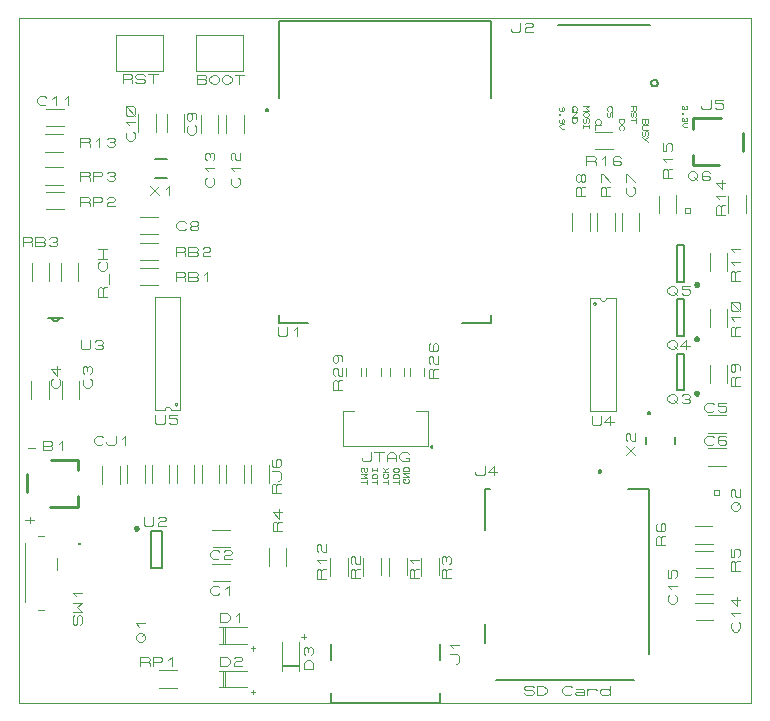
<source format=gbr>
G04 PROTEUS GERBER X2 FILE*
%TF.GenerationSoftware,Labcenter,Proteus,8.17-SP5-Build39395*%
%TF.CreationDate,2025-01-31T21:13:05+00:00*%
%TF.FileFunction,Legend,Top*%
%TF.FilePolarity,Positive*%
%TF.Part,Single*%
%TF.SameCoordinates,{25d9a88a-2623-41a1-bce1-36a6f26497cc}*%
%FSLAX45Y45*%
%MOMM*%
G01*
%TA.AperFunction,Material*%
%ADD51C,0.150000*%
%ADD52C,0.101600*%
%ADD53C,0.250000*%
%ADD54C,0.200000*%
%ADD55C,0.127000*%
%ADD56C,0.100000*%
%ADD57C,0.254000*%
%ADD58C,0.152400*%
%ADD59C,0.025400*%
%TA.AperFunction,Profile*%
%ADD46C,0.101600*%
%TA.AperFunction,NonMaterial*%
%ADD60C,0.101600*%
%TA.AperFunction,Material*%
%ADD61C,0.063500*%
%TD.AperFunction*%
D51*
X+2638000Y+365000D02*
X+2638000Y+501000D01*
X+3562000Y+501000D02*
X+3562000Y+365000D01*
X+3562000Y+81000D02*
X+3562000Y-2000D01*
X+2638000Y-2000D01*
X+2638000Y+81000D01*
D52*
X+3699700Y+328820D02*
X+3712400Y+328820D01*
X+3725100Y+342155D01*
X+3725100Y+395495D01*
X+3712400Y+408830D01*
X+3648900Y+408830D01*
X+3674300Y+462170D02*
X+3648900Y+488840D01*
X+3725100Y+488840D01*
X+1931125Y+500000D02*
X+1691125Y+500000D01*
X+1931125Y+640000D02*
X+1691125Y+640000D01*
X+1741125Y+500000D02*
X+1741125Y+640000D01*
X+1731125Y+500000D02*
X+1731125Y+640000D01*
X+2001125Y+460000D02*
X+1961125Y+460000D01*
X+1981125Y+440000D02*
X+1981125Y+480000D01*
X+1704445Y+683320D02*
X+1704445Y+759520D01*
X+1757785Y+759520D01*
X+1784455Y+734120D01*
X+1784455Y+708720D01*
X+1757785Y+683320D01*
X+1704445Y+683320D01*
X+1837795Y+734120D02*
X+1864465Y+759520D01*
X+1864465Y+683320D01*
D53*
X+1006888Y+1476008D02*
X+1006845Y+1477047D01*
X+1006493Y+1479126D01*
X+1005756Y+1481205D01*
X+1004552Y+1483284D01*
X+1002711Y+1485334D01*
X+1000632Y+1486837D01*
X+998553Y+1487794D01*
X+996474Y+1488333D01*
X+994395Y+1488508D01*
X+994388Y+1488508D01*
X+981888Y+1476008D02*
X+981931Y+1477047D01*
X+982283Y+1479126D01*
X+983020Y+1481205D01*
X+984224Y+1483284D01*
X+986065Y+1485334D01*
X+988144Y+1486837D01*
X+990223Y+1487794D01*
X+992302Y+1488333D01*
X+994381Y+1488508D01*
X+994388Y+1488508D01*
X+981888Y+1476008D02*
X+981931Y+1474969D01*
X+982283Y+1472890D01*
X+983020Y+1470811D01*
X+984224Y+1468732D01*
X+986065Y+1466682D01*
X+988144Y+1465179D01*
X+990223Y+1464222D01*
X+992302Y+1463683D01*
X+994381Y+1463508D01*
X+994388Y+1463508D01*
X+1006888Y+1476008D02*
X+1006845Y+1474969D01*
X+1006493Y+1472890D01*
X+1005756Y+1470811D01*
X+1004552Y+1468732D01*
X+1002711Y+1466682D01*
X+1000632Y+1465179D01*
X+998553Y+1464222D01*
X+996474Y+1463683D01*
X+994395Y+1463508D01*
X+994388Y+1463508D01*
D54*
X+1119388Y+1141008D02*
X+1209388Y+1141008D01*
X+1209388Y+1451008D01*
X+1119388Y+1451008D01*
X+1119388Y+1141008D01*
D52*
X+1057708Y+1572608D02*
X+1057708Y+1509108D01*
X+1071043Y+1496408D01*
X+1124383Y+1496408D01*
X+1137718Y+1509108D01*
X+1137718Y+1572608D01*
X+1177723Y+1559908D02*
X+1191058Y+1572608D01*
X+1231063Y+1572608D01*
X+1244398Y+1559908D01*
X+1244398Y+1547208D01*
X+1231063Y+1534508D01*
X+1191058Y+1534508D01*
X+1177723Y+1521808D01*
X+1177723Y+1496408D01*
X+1244398Y+1496408D01*
D54*
X+2110000Y+5019000D02*
X+2109965Y+5019831D01*
X+2109684Y+5021495D01*
X+2109094Y+5023159D01*
X+2108130Y+5024823D01*
X+2106655Y+5026464D01*
X+2104991Y+5027665D01*
X+2103327Y+5028430D01*
X+2101663Y+5028861D01*
X+2100000Y+5029000D01*
X+2090000Y+5019000D02*
X+2090035Y+5019831D01*
X+2090316Y+5021495D01*
X+2090906Y+5023159D01*
X+2091870Y+5024823D01*
X+2093345Y+5026464D01*
X+2095009Y+5027665D01*
X+2096673Y+5028430D01*
X+2098337Y+5028861D01*
X+2100000Y+5029000D01*
X+2090000Y+5019000D02*
X+2090035Y+5018169D01*
X+2090316Y+5016505D01*
X+2090906Y+5014841D01*
X+2091870Y+5013177D01*
X+2093345Y+5011536D01*
X+2095009Y+5010335D01*
X+2096673Y+5009570D01*
X+2098337Y+5009139D01*
X+2100000Y+5009000D01*
X+2110000Y+5019000D02*
X+2109965Y+5018169D01*
X+2109684Y+5016505D01*
X+2109094Y+5014841D01*
X+2108130Y+5013177D01*
X+2106655Y+5011536D01*
X+2104991Y+5010335D01*
X+2103327Y+5009570D01*
X+2101663Y+5009139D01*
X+2100000Y+5009000D01*
D55*
X+2200000Y+3284000D02*
X+2200000Y+3219000D01*
X+2445000Y+3219000D01*
X+3755000Y+3219000D02*
X+4000000Y+3219000D01*
X+4000000Y+3284000D01*
X+2200000Y+5119000D02*
X+2200000Y+5769000D01*
X+4000000Y+5769000D01*
X+4000000Y+5119000D01*
D52*
X+2192070Y+3181070D02*
X+2192070Y+3117570D01*
X+2205405Y+3104870D01*
X+2258745Y+3104870D01*
X+2272080Y+3117570D01*
X+2272080Y+3181070D01*
X+2325420Y+3155670D02*
X+2352090Y+3181070D01*
X+2352090Y+3104870D01*
X+4837050Y+3428020D02*
X+4918012Y+3428020D01*
X+4920094Y+3417399D01*
X+4925814Y+3408833D01*
X+4934379Y+3403114D01*
X+4945000Y+3401032D01*
X+4971988Y+3428020D02*
X+4969906Y+3417399D01*
X+4964186Y+3408833D01*
X+4955621Y+3403114D01*
X+4945000Y+3401032D01*
X+4971988Y+3428020D02*
X+5052950Y+3428020D01*
X+4913250Y+2472980D02*
X+4976750Y+2472980D01*
X+4837050Y+3395000D02*
X+4837050Y+2506000D01*
X+5052950Y+3395000D02*
X+5052950Y+2506000D01*
X+4837050Y+3395000D02*
X+4837050Y+3428020D01*
X+5052950Y+3428020D02*
X+5052950Y+3395000D01*
X+4976750Y+2472980D02*
X+5052950Y+2472980D01*
X+5052950Y+2506000D01*
X+4837050Y+2506000D02*
X+4837050Y+2472980D01*
X+4913250Y+2472980D01*
X+4882770Y+3378744D02*
X+4882735Y+3379589D01*
X+4882448Y+3381280D01*
X+4881849Y+3382971D01*
X+4880869Y+3384662D01*
X+4879369Y+3386330D01*
X+4877678Y+3387550D01*
X+4875987Y+3388326D01*
X+4874296Y+3388763D01*
X+4872610Y+3388904D01*
X+4862450Y+3378744D02*
X+4862485Y+3379589D01*
X+4862772Y+3381280D01*
X+4863371Y+3382971D01*
X+4864351Y+3384662D01*
X+4865851Y+3386330D01*
X+4867542Y+3387550D01*
X+4869233Y+3388326D01*
X+4870924Y+3388763D01*
X+4872610Y+3388904D01*
X+4862450Y+3378744D02*
X+4862485Y+3377899D01*
X+4862772Y+3376208D01*
X+4863371Y+3374517D01*
X+4864351Y+3372826D01*
X+4865851Y+3371158D01*
X+4867542Y+3369938D01*
X+4869233Y+3369162D01*
X+4870924Y+3368725D01*
X+4872610Y+3368584D01*
X+4882770Y+3378744D02*
X+4882735Y+3377899D01*
X+4882448Y+3376208D01*
X+4881849Y+3374517D01*
X+4880869Y+3372826D01*
X+4879369Y+3371158D01*
X+4877678Y+3369938D01*
X+4875987Y+3369162D01*
X+4874296Y+3368725D01*
X+4872610Y+3368584D01*
X+4848320Y+2427094D02*
X+4848320Y+2363594D01*
X+4861655Y+2350894D01*
X+4914995Y+2350894D01*
X+4928330Y+2363594D01*
X+4928330Y+2427094D01*
X+5035010Y+2376294D02*
X+4955000Y+2376294D01*
X+5008340Y+2427094D01*
X+5008340Y+2350894D01*
X+3136340Y+1074990D02*
X+3136340Y+1227390D01*
X+3283660Y+1077530D02*
X+3283660Y+1227390D01*
X+3385860Y+1051970D02*
X+3309660Y+1051970D01*
X+3309660Y+1118645D01*
X+3322360Y+1131980D01*
X+3335060Y+1131980D01*
X+3347760Y+1118645D01*
X+3347760Y+1051970D01*
X+3347760Y+1118645D02*
X+3360460Y+1131980D01*
X+3385860Y+1131980D01*
X+3335060Y+1185320D02*
X+3309660Y+1211990D01*
X+3385860Y+1211990D01*
X+2916340Y+1074990D02*
X+2916340Y+1227390D01*
X+3063660Y+1077530D02*
X+3063660Y+1227390D01*
X+2885860Y+1051970D02*
X+2809660Y+1051970D01*
X+2809660Y+1118645D01*
X+2822360Y+1131980D01*
X+2835060Y+1131980D01*
X+2847760Y+1118645D01*
X+2847760Y+1051970D01*
X+2847760Y+1118645D02*
X+2860460Y+1131980D01*
X+2885860Y+1131980D01*
X+2822360Y+1171985D02*
X+2809660Y+1185320D01*
X+2809660Y+1225325D01*
X+2822360Y+1238660D01*
X+2835060Y+1238660D01*
X+2847760Y+1225325D01*
X+2847760Y+1185320D01*
X+2860460Y+1171985D01*
X+2885860Y+1171985D01*
X+2885860Y+1238660D01*
X+4896340Y+3991340D02*
X+4896340Y+4143740D01*
X+5043660Y+3993880D02*
X+5043660Y+4143740D01*
X+5005860Y+4288320D02*
X+4929660Y+4288320D01*
X+4929660Y+4354995D01*
X+4942360Y+4368330D01*
X+4955060Y+4368330D01*
X+4967760Y+4354995D01*
X+4967760Y+4288320D01*
X+4967760Y+4354995D02*
X+4980460Y+4368330D01*
X+5005860Y+4368330D01*
X+4929660Y+4408335D02*
X+4929660Y+4475010D01*
X+4942360Y+4475010D01*
X+5005860Y+4408335D01*
X+4686340Y+3991340D02*
X+4686340Y+4143740D01*
X+4833660Y+3993880D02*
X+4833660Y+4143740D01*
X+4795860Y+4288320D02*
X+4719660Y+4288320D01*
X+4719660Y+4354995D01*
X+4732360Y+4368330D01*
X+4745060Y+4368330D01*
X+4757760Y+4354995D01*
X+4757760Y+4288320D01*
X+4757760Y+4354995D02*
X+4770460Y+4368330D01*
X+4795860Y+4368330D01*
X+4757760Y+4421670D02*
X+4745060Y+4408335D01*
X+4732360Y+4408335D01*
X+4719660Y+4421670D01*
X+4719660Y+4461675D01*
X+4732360Y+4475010D01*
X+4745060Y+4475010D01*
X+4757760Y+4461675D01*
X+4757760Y+4421670D01*
X+4770460Y+4408335D01*
X+4783160Y+4408335D01*
X+4795860Y+4421670D01*
X+4795860Y+4461675D01*
X+4783160Y+4475010D01*
X+4770460Y+4475010D01*
X+4757760Y+4461675D01*
D55*
X+3947000Y+507494D02*
X+3947000Y+667000D01*
X+3947000Y+1807000D02*
X+3985000Y+1807000D01*
X+5155000Y+1807000D02*
X+5333000Y+1807000D01*
X+5333000Y+415000D01*
X+4039000Y+193000D02*
X+5211000Y+193000D01*
X+3947000Y+1460000D02*
X+3947000Y+1807000D01*
D54*
X+4928000Y+1958000D02*
X+4927964Y+1958873D01*
X+4927668Y+1960620D01*
X+4927049Y+1962367D01*
X+4926036Y+1964114D01*
X+4924488Y+1965837D01*
X+4922741Y+1967098D01*
X+4920994Y+1967902D01*
X+4919247Y+1968354D01*
X+4917500Y+1968500D01*
X+4907000Y+1958000D02*
X+4907036Y+1958873D01*
X+4907332Y+1960620D01*
X+4907951Y+1962367D01*
X+4908964Y+1964114D01*
X+4910512Y+1965837D01*
X+4912259Y+1967098D01*
X+4914006Y+1967902D01*
X+4915753Y+1968354D01*
X+4917500Y+1968500D01*
X+4907000Y+1958000D02*
X+4907036Y+1957127D01*
X+4907332Y+1955380D01*
X+4907951Y+1953633D01*
X+4908964Y+1951886D01*
X+4910512Y+1950163D01*
X+4912259Y+1948902D01*
X+4914006Y+1948098D01*
X+4915753Y+1947646D01*
X+4917500Y+1947500D01*
X+4928000Y+1958000D02*
X+4927964Y+1957127D01*
X+4927668Y+1955380D01*
X+4927049Y+1953633D01*
X+4926036Y+1951886D01*
X+4924488Y+1950163D01*
X+4922741Y+1948902D01*
X+4920994Y+1948098D01*
X+4919247Y+1947646D01*
X+4917500Y+1947500D01*
D52*
X+3864320Y+1949300D02*
X+3864320Y+1936600D01*
X+3877655Y+1923900D01*
X+3930995Y+1923900D01*
X+3944330Y+1936600D01*
X+3944330Y+2000100D01*
X+4051010Y+1949300D02*
X+3971000Y+1949300D01*
X+4024340Y+2000100D01*
X+4024340Y+1923900D01*
X+3406340Y+1074990D02*
X+3406340Y+1227390D01*
X+3553660Y+1077530D02*
X+3553660Y+1227390D01*
X+3655860Y+1051970D02*
X+3579660Y+1051970D01*
X+3579660Y+1118645D01*
X+3592360Y+1131980D01*
X+3605060Y+1131980D01*
X+3617760Y+1118645D01*
X+3617760Y+1051970D01*
X+3617760Y+1118645D02*
X+3630460Y+1131980D01*
X+3655860Y+1131980D01*
X+3592360Y+1171985D02*
X+3579660Y+1185320D01*
X+3579660Y+1225325D01*
X+3592360Y+1238660D01*
X+3605060Y+1238660D01*
X+3617760Y+1225325D01*
X+3630460Y+1238660D01*
X+3643160Y+1238660D01*
X+3655860Y+1225325D01*
X+3655860Y+1185320D01*
X+3643160Y+1171985D01*
X+3617760Y+1198655D02*
X+3617760Y+1225325D01*
X+2116340Y+1154990D02*
X+2116340Y+1307390D01*
X+2263660Y+1157530D02*
X+2263660Y+1307390D01*
X+2225860Y+1451970D02*
X+2149660Y+1451970D01*
X+2149660Y+1518645D01*
X+2162360Y+1531980D01*
X+2175060Y+1531980D01*
X+2187760Y+1518645D01*
X+2187760Y+1451970D01*
X+2187760Y+1518645D02*
X+2200460Y+1531980D01*
X+2225860Y+1531980D01*
X+2200460Y+1638660D02*
X+2200460Y+1558650D01*
X+2149660Y+1611990D01*
X+2225860Y+1611990D01*
D56*
X+50880Y+850000D02*
X+50880Y+850000D01*
X+50880Y+1350000D01*
X+50880Y+1350000D01*
X+50880Y+850000D01*
X+320880Y+1125000D02*
X+320880Y+1125000D01*
X+320880Y+1225000D01*
X+320880Y+1225000D01*
X+320880Y+1125000D01*
X+160880Y+1415000D02*
X+210880Y+1415000D01*
X+210880Y+1415000D01*
X+160880Y+1415000D01*
X+160880Y+1415000D01*
X+160880Y+785000D02*
X+210880Y+785000D01*
X+210880Y+785000D01*
X+160880Y+785000D01*
X+160880Y+785000D01*
D54*
X+515880Y+1350000D02*
X+510880Y+1345000D01*
X+515880Y+1340000D01*
X+520880Y+1345000D01*
X+515880Y+1350000D01*
D52*
X+519780Y+659980D02*
X+532480Y+673315D01*
X+532480Y+726655D01*
X+519780Y+739990D01*
X+507080Y+739990D01*
X+494380Y+726655D01*
X+494380Y+673315D01*
X+481680Y+659980D01*
X+468980Y+659980D01*
X+456280Y+673315D01*
X+456280Y+726655D01*
X+468980Y+739990D01*
X+456280Y+766660D02*
X+532480Y+766660D01*
X+494380Y+806665D01*
X+532480Y+846670D01*
X+456280Y+846670D01*
X+481680Y+900010D02*
X+456280Y+926680D01*
X+532480Y+926680D01*
D57*
X+496600Y+2056060D02*
X+275600Y+2056060D01*
X+496600Y+1656060D02*
X+261600Y+1656060D01*
X+71600Y+1932768D02*
X+71600Y+1784060D01*
X+496600Y+2056060D02*
X+496600Y+1971060D01*
X+496600Y+1656060D02*
X+496600Y+1746060D01*
D52*
X+203500Y+2137960D02*
X+203500Y+2214160D01*
X+270175Y+2214160D01*
X+283510Y+2201460D01*
X+283510Y+2188760D01*
X+270175Y+2176060D01*
X+283510Y+2163360D01*
X+283510Y+2150660D01*
X+270175Y+2137960D01*
X+203500Y+2137960D01*
X+203500Y+2176060D02*
X+270175Y+2176060D01*
X+336850Y+2188760D02*
X+363520Y+2214160D01*
X+363520Y+2137960D01*
X+1012912Y+510654D02*
X+987512Y+537324D01*
X+987512Y+563994D01*
X+1012912Y+590664D01*
X+1038312Y+590664D01*
X+1063712Y+563994D01*
X+1063712Y+537324D01*
X+1038312Y+510654D01*
X+1012912Y+510654D01*
X+1038312Y+563994D02*
X+1063712Y+590664D01*
X+1012912Y+644004D02*
X+987512Y+670674D01*
X+1063712Y+670674D01*
X+1931125Y+130000D02*
X+1691125Y+130000D01*
X+1931125Y+270000D02*
X+1691125Y+270000D01*
X+1741125Y+130000D02*
X+1741125Y+270000D01*
X+1731125Y+130000D02*
X+1731125Y+270000D01*
X+2001125Y+90000D02*
X+1961125Y+90000D01*
X+1981125Y+70000D02*
X+1981125Y+110000D01*
X+1704445Y+313320D02*
X+1704445Y+389520D01*
X+1757785Y+389520D01*
X+1784455Y+364120D01*
X+1784455Y+338720D01*
X+1757785Y+313320D01*
X+1704445Y+313320D01*
X+1824460Y+376820D02*
X+1837795Y+389520D01*
X+1877800Y+389520D01*
X+1891135Y+376820D01*
X+1891135Y+364120D01*
X+1877800Y+351420D01*
X+1837795Y+351420D01*
X+1824460Y+338720D01*
X+1824460Y+313320D01*
X+1891135Y+313320D01*
X+1339272Y+126340D02*
X+1186872Y+126340D01*
X+1336732Y+273660D02*
X+1186872Y+273660D01*
X+1025592Y+309660D02*
X+1025592Y+385860D01*
X+1092267Y+385860D01*
X+1105602Y+373160D01*
X+1105602Y+360460D01*
X+1092267Y+347760D01*
X+1025592Y+347760D01*
X+1092267Y+347760D02*
X+1105602Y+335060D01*
X+1105602Y+309660D01*
X+1132272Y+309660D02*
X+1132272Y+385860D01*
X+1198947Y+385860D01*
X+1212282Y+373160D01*
X+1212282Y+360460D01*
X+1198947Y+347760D01*
X+1132272Y+347760D01*
X+1265622Y+360460D02*
X+1292292Y+385860D01*
X+1292292Y+309660D01*
X+1637978Y+1174668D02*
X+1790378Y+1174668D01*
X+1640518Y+1027348D02*
X+1790378Y+1027348D01*
X+1694968Y+927848D02*
X+1681633Y+915148D01*
X+1641628Y+915148D01*
X+1614958Y+940548D01*
X+1614958Y+965948D01*
X+1641628Y+991348D01*
X+1681633Y+991348D01*
X+1694968Y+978648D01*
X+1748308Y+965948D02*
X+1774978Y+991348D01*
X+1774978Y+915148D01*
X+1637978Y+1464668D02*
X+1790378Y+1464668D01*
X+1640518Y+1317348D02*
X+1790378Y+1317348D01*
X+1694968Y+1227848D02*
X+1681633Y+1215148D01*
X+1641628Y+1215148D01*
X+1614958Y+1240548D01*
X+1614958Y+1265948D01*
X+1641628Y+1291348D01*
X+1681633Y+1291348D01*
X+1694968Y+1278648D01*
X+1734973Y+1278648D02*
X+1748308Y+1291348D01*
X+1788313Y+1291348D01*
X+1801648Y+1278648D01*
X+1801648Y+1265948D01*
X+1788313Y+1253248D01*
X+1748308Y+1253248D01*
X+1734973Y+1240548D01*
X+1734973Y+1215148D01*
X+1801648Y+1215148D01*
D58*
X+370500Y+3259980D02*
X+340020Y+3259980D01*
X+279060Y+3259980D01*
X+248580Y+3259980D01*
X+340020Y+3259980D02*
X+337624Y+3248116D01*
X+331092Y+3238428D01*
X+321403Y+3231896D01*
X+309540Y+3229500D01*
X+297677Y+3231896D01*
X+287988Y+3238428D01*
X+281456Y+3248116D01*
X+279060Y+3259980D01*
D52*
X+522860Y+3066960D02*
X+522860Y+3003460D01*
X+536195Y+2990760D01*
X+589535Y+2990760D01*
X+602870Y+3003460D01*
X+602870Y+3066960D01*
X+642875Y+3054260D02*
X+656210Y+3066960D01*
X+696215Y+3066960D01*
X+709550Y+3054260D01*
X+709550Y+3041560D01*
X+696215Y+3028860D01*
X+709550Y+3016160D01*
X+709550Y+3003460D01*
X+696215Y+2990760D01*
X+656210Y+2990760D01*
X+642875Y+3003460D01*
X+669545Y+3028860D02*
X+696215Y+3028860D01*
X+511820Y+2723385D02*
X+511820Y+2570985D01*
X+364500Y+2720845D02*
X+364500Y+2570985D01*
X+605800Y+2743055D02*
X+618500Y+2729720D01*
X+618500Y+2689715D01*
X+593100Y+2663045D01*
X+567700Y+2663045D01*
X+542300Y+2689715D01*
X+542300Y+2729720D01*
X+555000Y+2743055D01*
X+555000Y+2783060D02*
X+542300Y+2796395D01*
X+542300Y+2836400D01*
X+555000Y+2849735D01*
X+567700Y+2849735D01*
X+580400Y+2836400D01*
X+593100Y+2849735D01*
X+605800Y+2849735D01*
X+618500Y+2836400D01*
X+618500Y+2796395D01*
X+605800Y+2783060D01*
X+580400Y+2809730D02*
X+580400Y+2836400D01*
X+356340Y+3568860D02*
X+356340Y+3721260D01*
X+503660Y+3571400D02*
X+503660Y+3721260D01*
X+745860Y+3439160D02*
X+669660Y+3439160D01*
X+669660Y+3505835D01*
X+682360Y+3519170D01*
X+695060Y+3519170D01*
X+707760Y+3505835D01*
X+707760Y+3439160D01*
X+707760Y+3505835D02*
X+720460Y+3519170D01*
X+745860Y+3519170D01*
X+758560Y+3545840D02*
X+758560Y+3625850D01*
X+733160Y+3732530D02*
X+745860Y+3719195D01*
X+745860Y+3679190D01*
X+720460Y+3652520D01*
X+695060Y+3652520D01*
X+669660Y+3679190D01*
X+669660Y+3719195D01*
X+682360Y+3732530D01*
X+745860Y+3759200D02*
X+669660Y+3759200D01*
X+669660Y+3839210D02*
X+745860Y+3839210D01*
X+707760Y+3759200D02*
X+707760Y+3839210D01*
X+106340Y+3568860D02*
X+106340Y+3721260D01*
X+253660Y+3571400D02*
X+253660Y+3721260D01*
X+31860Y+3864420D02*
X+31860Y+3940620D01*
X+98535Y+3940620D01*
X+111870Y+3927920D01*
X+111870Y+3915220D01*
X+98535Y+3902520D01*
X+31860Y+3902520D01*
X+98535Y+3902520D02*
X+111870Y+3889820D01*
X+111870Y+3864420D01*
X+138540Y+3864420D02*
X+138540Y+3940620D01*
X+205215Y+3940620D01*
X+218550Y+3927920D01*
X+218550Y+3915220D01*
X+205215Y+3902520D01*
X+218550Y+3889820D01*
X+218550Y+3877120D01*
X+205215Y+3864420D01*
X+138540Y+3864420D01*
X+138540Y+3902520D02*
X+205215Y+3902520D01*
X+258555Y+3927920D02*
X+271890Y+3940620D01*
X+311895Y+3940620D01*
X+325230Y+3927920D01*
X+325230Y+3915220D01*
X+311895Y+3902520D01*
X+325230Y+3889820D01*
X+325230Y+3877120D01*
X+311895Y+3864420D01*
X+271890Y+3864420D01*
X+258555Y+3877120D01*
X+285225Y+3902520D02*
X+311895Y+3902520D01*
X+252740Y+2723385D02*
X+252740Y+2570985D01*
X+105420Y+2720845D02*
X+105420Y+2570985D01*
X+336720Y+2743055D02*
X+349420Y+2729720D01*
X+349420Y+2689715D01*
X+324020Y+2663045D01*
X+298620Y+2663045D01*
X+273220Y+2689715D01*
X+273220Y+2729720D01*
X+285920Y+2743055D01*
X+324020Y+2849735D02*
X+324020Y+2769725D01*
X+273220Y+2823065D01*
X+349420Y+2823065D01*
X+1367600Y+2476980D02*
X+1286638Y+2476980D01*
X+1284556Y+2487601D01*
X+1278836Y+2496167D01*
X+1270271Y+2501886D01*
X+1259650Y+2503968D01*
X+1232662Y+2476980D02*
X+1234744Y+2487601D01*
X+1240464Y+2496167D01*
X+1249029Y+2501886D01*
X+1259650Y+2503968D01*
X+1232662Y+2476980D02*
X+1151700Y+2476980D01*
X+1291400Y+3432020D02*
X+1227900Y+3432020D01*
X+1367600Y+2510000D02*
X+1367600Y+3399000D01*
X+1151700Y+2510000D02*
X+1151700Y+3399000D01*
X+1367600Y+2510000D02*
X+1367600Y+2476980D01*
X+1151700Y+2476980D02*
X+1151700Y+2510000D01*
X+1227900Y+3432020D02*
X+1151700Y+3432020D01*
X+1151700Y+3399000D01*
X+1367600Y+3399000D02*
X+1367600Y+3432020D01*
X+1291400Y+3432020D01*
X+1342200Y+2526256D02*
X+1342165Y+2527101D01*
X+1341878Y+2528792D01*
X+1341279Y+2530483D01*
X+1340299Y+2532174D01*
X+1338799Y+2533842D01*
X+1337108Y+2535062D01*
X+1335417Y+2535838D01*
X+1333726Y+2536275D01*
X+1332040Y+2536416D01*
X+1321880Y+2526256D02*
X+1321915Y+2527101D01*
X+1322202Y+2528792D01*
X+1322801Y+2530483D01*
X+1323781Y+2532174D01*
X+1325281Y+2533842D01*
X+1326972Y+2535062D01*
X+1328663Y+2535838D01*
X+1330354Y+2536275D01*
X+1332040Y+2536416D01*
X+1321880Y+2526256D02*
X+1321915Y+2525411D01*
X+1322202Y+2523720D01*
X+1322801Y+2522029D01*
X+1323781Y+2520338D01*
X+1325281Y+2518670D01*
X+1326972Y+2517450D01*
X+1328663Y+2516674D01*
X+1330354Y+2516237D01*
X+1332040Y+2516096D01*
X+1342200Y+2526256D02*
X+1342165Y+2525411D01*
X+1341878Y+2523720D01*
X+1341279Y+2522029D01*
X+1340299Y+2520338D01*
X+1338799Y+2518670D01*
X+1337108Y+2517450D01*
X+1335417Y+2516674D01*
X+1333726Y+2516237D01*
X+1332040Y+2516096D01*
X+1152970Y+2433300D02*
X+1152970Y+2369800D01*
X+1166305Y+2357100D01*
X+1219645Y+2357100D01*
X+1232980Y+2369800D01*
X+1232980Y+2433300D01*
X+1339660Y+2433300D02*
X+1272985Y+2433300D01*
X+1272985Y+2407900D01*
X+1326325Y+2407900D01*
X+1339660Y+2395200D01*
X+1339660Y+2369800D01*
X+1326325Y+2357100D01*
X+1286320Y+2357100D01*
X+1272985Y+2369800D01*
X+1336340Y+1859480D02*
X+1336340Y+2011880D01*
X+1483660Y+1862020D02*
X+1483660Y+2011880D01*
X+1546340Y+1859480D02*
X+1546340Y+2011880D01*
X+1693660Y+1862020D02*
X+1693660Y+2011880D01*
X+1756340Y+1859480D02*
X+1756340Y+2011880D01*
X+1903660Y+1862020D02*
X+1903660Y+2011880D01*
X+1966340Y+1859480D02*
X+1966340Y+2011880D01*
X+2113660Y+1862020D02*
X+2113660Y+2011880D01*
X+2215860Y+1773120D02*
X+2139660Y+1773120D01*
X+2139660Y+1839795D01*
X+2152360Y+1853130D01*
X+2165060Y+1853130D01*
X+2177760Y+1839795D01*
X+2177760Y+1773120D01*
X+2177760Y+1839795D02*
X+2190460Y+1853130D01*
X+2215860Y+1853130D01*
X+2190460Y+1879800D02*
X+2203160Y+1879800D01*
X+2215860Y+1893135D01*
X+2215860Y+1946475D01*
X+2203160Y+1959810D01*
X+2139660Y+1959810D01*
X+2152360Y+2066490D02*
X+2139660Y+2053155D01*
X+2139660Y+2013150D01*
X+2152360Y+1999815D01*
X+2203160Y+1999815D01*
X+2215860Y+2013150D01*
X+2215860Y+2053155D01*
X+2203160Y+2066490D01*
X+2190460Y+2066490D01*
X+2177760Y+2053155D01*
X+2177760Y+1999815D01*
X+916340Y+1859480D02*
X+916340Y+2011880D01*
X+1063660Y+1862020D02*
X+1063660Y+2011880D01*
X+1126340Y+1859480D02*
X+1126340Y+2011880D01*
X+1273660Y+1862020D02*
X+1273660Y+2011880D01*
X+853660Y+2006800D02*
X+853660Y+1854400D01*
X+706340Y+2004260D02*
X+706340Y+1854400D01*
X+712230Y+2197740D02*
X+698895Y+2185040D01*
X+658890Y+2185040D01*
X+632220Y+2210440D01*
X+632220Y+2235840D01*
X+658890Y+2261240D01*
X+698895Y+2261240D01*
X+712230Y+2248540D01*
X+738900Y+2210440D02*
X+738900Y+2197740D01*
X+752235Y+2185040D01*
X+805575Y+2185040D01*
X+818910Y+2197740D01*
X+818910Y+2261240D01*
X+872250Y+2235840D02*
X+898920Y+2261240D01*
X+898920Y+2185040D01*
X+1181140Y+3746340D02*
X+1028740Y+3746340D01*
X+1178600Y+3893660D02*
X+1028740Y+3893660D01*
X+1327460Y+3779660D02*
X+1327460Y+3855860D01*
X+1394135Y+3855860D01*
X+1407470Y+3843160D01*
X+1407470Y+3830460D01*
X+1394135Y+3817760D01*
X+1327460Y+3817760D01*
X+1394135Y+3817760D02*
X+1407470Y+3805060D01*
X+1407470Y+3779660D01*
X+1434140Y+3779660D02*
X+1434140Y+3855860D01*
X+1500815Y+3855860D01*
X+1514150Y+3843160D01*
X+1514150Y+3830460D01*
X+1500815Y+3817760D01*
X+1514150Y+3805060D01*
X+1514150Y+3792360D01*
X+1500815Y+3779660D01*
X+1434140Y+3779660D01*
X+1434140Y+3817760D02*
X+1500815Y+3817760D01*
X+1554155Y+3843160D02*
X+1567490Y+3855860D01*
X+1607495Y+3855860D01*
X+1620830Y+3843160D01*
X+1620830Y+3830460D01*
X+1607495Y+3817760D01*
X+1567490Y+3817760D01*
X+1554155Y+3805060D01*
X+1554155Y+3779660D01*
X+1620830Y+3779660D01*
X+1181140Y+3536340D02*
X+1028740Y+3536340D01*
X+1178600Y+3683660D02*
X+1028740Y+3683660D01*
X+1327460Y+3569660D02*
X+1327460Y+3645860D01*
X+1394135Y+3645860D01*
X+1407470Y+3633160D01*
X+1407470Y+3620460D01*
X+1394135Y+3607760D01*
X+1327460Y+3607760D01*
X+1394135Y+3607760D02*
X+1407470Y+3595060D01*
X+1407470Y+3569660D01*
X+1434140Y+3569660D02*
X+1434140Y+3645860D01*
X+1500815Y+3645860D01*
X+1514150Y+3633160D01*
X+1514150Y+3620460D01*
X+1500815Y+3607760D01*
X+1514150Y+3595060D01*
X+1514150Y+3582360D01*
X+1500815Y+3569660D01*
X+1434140Y+3569660D01*
X+1434140Y+3607760D02*
X+1500815Y+3607760D01*
X+1567490Y+3620460D02*
X+1594160Y+3645860D01*
X+1594160Y+3569660D01*
X+1181140Y+3966340D02*
X+1028740Y+3966340D01*
X+1178600Y+4113660D02*
X+1028740Y+4113660D01*
X+1410810Y+4012360D02*
X+1397475Y+3999660D01*
X+1357470Y+3999660D01*
X+1330800Y+4025060D01*
X+1330800Y+4050460D01*
X+1357470Y+4075860D01*
X+1397475Y+4075860D01*
X+1410810Y+4063160D01*
X+1464150Y+4037760D02*
X+1450815Y+4050460D01*
X+1450815Y+4063160D01*
X+1464150Y+4075860D01*
X+1504155Y+4075860D01*
X+1517490Y+4063160D01*
X+1517490Y+4050460D01*
X+1504155Y+4037760D01*
X+1464150Y+4037760D01*
X+1450815Y+4025060D01*
X+1450815Y+4012360D01*
X+1464150Y+3999660D01*
X+1504155Y+3999660D01*
X+1517490Y+4012360D01*
X+1517490Y+4025060D01*
X+1504155Y+4037760D01*
X+1903660Y+4978660D02*
X+1903660Y+4826260D01*
X+1756340Y+4976120D02*
X+1756340Y+4826260D01*
X+1857640Y+4444990D02*
X+1870340Y+4431655D01*
X+1870340Y+4391650D01*
X+1844940Y+4364980D01*
X+1819540Y+4364980D01*
X+1794140Y+4391650D01*
X+1794140Y+4431655D01*
X+1806840Y+4444990D01*
X+1819540Y+4498330D02*
X+1794140Y+4525000D01*
X+1870340Y+4525000D01*
X+1806840Y+4591675D02*
X+1794140Y+4605010D01*
X+1794140Y+4645015D01*
X+1806840Y+4658350D01*
X+1819540Y+4658350D01*
X+1832240Y+4645015D01*
X+1832240Y+4605010D01*
X+1844940Y+4591675D01*
X+1870340Y+4591675D01*
X+1870340Y+4658350D01*
X+1688660Y+4978660D02*
X+1688660Y+4826260D01*
X+1541340Y+4976120D02*
X+1541340Y+4826260D01*
X+1642640Y+4444990D02*
X+1655340Y+4431655D01*
X+1655340Y+4391650D01*
X+1629940Y+4364980D01*
X+1604540Y+4364980D01*
X+1579140Y+4391650D01*
X+1579140Y+4431655D01*
X+1591840Y+4444990D01*
X+1604540Y+4498330D02*
X+1579140Y+4525000D01*
X+1655340Y+4525000D01*
X+1591840Y+4591675D02*
X+1579140Y+4605010D01*
X+1579140Y+4645015D01*
X+1591840Y+4658350D01*
X+1604540Y+4658350D01*
X+1617240Y+4645015D01*
X+1629940Y+4658350D01*
X+1642640Y+4658350D01*
X+1655340Y+4645015D01*
X+1655340Y+4605010D01*
X+1642640Y+4591675D01*
X+1617240Y+4618345D02*
X+1617240Y+4645015D01*
X+226340Y+4323660D02*
X+378740Y+4323660D01*
X+228880Y+4176340D02*
X+378740Y+4176340D01*
X+519980Y+4204140D02*
X+519980Y+4280340D01*
X+586655Y+4280340D01*
X+599990Y+4267640D01*
X+599990Y+4254940D01*
X+586655Y+4242240D01*
X+519980Y+4242240D01*
X+586655Y+4242240D02*
X+599990Y+4229540D01*
X+599990Y+4204140D01*
X+626660Y+4204140D02*
X+626660Y+4280340D01*
X+693335Y+4280340D01*
X+706670Y+4267640D01*
X+706670Y+4254940D01*
X+693335Y+4242240D01*
X+626660Y+4242240D01*
X+746675Y+4267640D02*
X+760010Y+4280340D01*
X+800015Y+4280340D01*
X+813350Y+4267640D01*
X+813350Y+4254940D01*
X+800015Y+4242240D01*
X+760010Y+4242240D01*
X+746675Y+4229540D01*
X+746675Y+4204140D01*
X+813350Y+4204140D01*
X+373660Y+4386340D02*
X+221260Y+4386340D01*
X+371120Y+4533660D02*
X+221260Y+4533660D01*
X+519980Y+4419660D02*
X+519980Y+4495860D01*
X+586655Y+4495860D01*
X+599990Y+4483160D01*
X+599990Y+4470460D01*
X+586655Y+4457760D01*
X+519980Y+4457760D01*
X+586655Y+4457760D02*
X+599990Y+4445060D01*
X+599990Y+4419660D01*
X+626660Y+4419660D02*
X+626660Y+4495860D01*
X+693335Y+4495860D01*
X+706670Y+4483160D01*
X+706670Y+4470460D01*
X+693335Y+4457760D01*
X+626660Y+4457760D01*
X+746675Y+4483160D02*
X+760010Y+4495860D01*
X+800015Y+4495860D01*
X+813350Y+4483160D01*
X+813350Y+4470460D01*
X+800015Y+4457760D01*
X+813350Y+4445060D01*
X+813350Y+4432360D01*
X+800015Y+4419660D01*
X+760010Y+4419660D01*
X+746675Y+4432360D01*
X+773345Y+4457760D02*
X+800015Y+4457760D01*
X+820000Y+5350000D02*
X+1220000Y+5350000D01*
X+1220000Y+5650000D01*
X+820000Y+5650000D01*
X+820000Y+5350000D01*
X+879980Y+5243320D02*
X+879980Y+5319520D01*
X+946655Y+5319520D01*
X+959990Y+5306820D01*
X+959990Y+5294120D01*
X+946655Y+5281420D01*
X+879980Y+5281420D01*
X+946655Y+5281420D02*
X+959990Y+5268720D01*
X+959990Y+5243320D01*
X+986660Y+5256020D02*
X+999995Y+5243320D01*
X+1053335Y+5243320D01*
X+1066670Y+5256020D01*
X+1066670Y+5268720D01*
X+1053335Y+5281420D01*
X+999995Y+5281420D01*
X+986660Y+5294120D01*
X+986660Y+5306820D01*
X+999995Y+5319520D01*
X+1053335Y+5319520D01*
X+1066670Y+5306820D01*
X+1093340Y+5319520D02*
X+1173350Y+5319520D01*
X+1133345Y+5319520D02*
X+1133345Y+5243320D01*
X+226340Y+5027600D02*
X+378740Y+5027600D01*
X+228880Y+4880280D02*
X+378740Y+4880280D01*
X+229990Y+5070780D02*
X+216655Y+5058080D01*
X+176650Y+5058080D01*
X+149980Y+5083480D01*
X+149980Y+5108880D01*
X+176650Y+5134280D01*
X+216655Y+5134280D01*
X+229990Y+5121580D01*
X+283330Y+5108880D02*
X+310000Y+5134280D01*
X+310000Y+5058080D01*
X+390010Y+5108880D02*
X+416680Y+5134280D01*
X+416680Y+5058080D01*
X+373660Y+4665280D02*
X+221260Y+4665280D01*
X+371120Y+4812600D02*
X+221260Y+4812600D01*
X+519980Y+4708600D02*
X+519980Y+4784800D01*
X+586655Y+4784800D01*
X+599990Y+4772100D01*
X+599990Y+4759400D01*
X+586655Y+4746700D01*
X+519980Y+4746700D01*
X+586655Y+4746700D02*
X+599990Y+4734000D01*
X+599990Y+4708600D01*
X+653330Y+4759400D02*
X+680000Y+4784800D01*
X+680000Y+4708600D01*
X+746675Y+4772100D02*
X+760010Y+4784800D01*
X+800015Y+4784800D01*
X+813350Y+4772100D01*
X+813350Y+4759400D01*
X+800015Y+4746700D01*
X+813350Y+4734000D01*
X+813350Y+4721300D01*
X+800015Y+4708600D01*
X+760010Y+4708600D01*
X+746675Y+4721300D01*
X+773345Y+4746700D02*
X+800015Y+4746700D01*
X+1500000Y+5350000D02*
X+1900000Y+5350000D01*
X+1900000Y+5650000D01*
X+1500000Y+5650000D01*
X+1500000Y+5350000D01*
X+1506640Y+5240480D02*
X+1506640Y+5316680D01*
X+1573315Y+5316680D01*
X+1586650Y+5303980D01*
X+1586650Y+5291280D01*
X+1573315Y+5278580D01*
X+1586650Y+5265880D01*
X+1586650Y+5253180D01*
X+1573315Y+5240480D01*
X+1506640Y+5240480D01*
X+1506640Y+5278580D02*
X+1573315Y+5278580D01*
X+1613320Y+5291280D02*
X+1639990Y+5316680D01*
X+1666660Y+5316680D01*
X+1693330Y+5291280D01*
X+1693330Y+5265880D01*
X+1666660Y+5240480D01*
X+1639990Y+5240480D01*
X+1613320Y+5265880D01*
X+1613320Y+5291280D01*
X+1720000Y+5291280D02*
X+1746670Y+5316680D01*
X+1773340Y+5316680D01*
X+1800010Y+5291280D01*
X+1800010Y+5265880D01*
X+1773340Y+5240480D01*
X+1746670Y+5240480D01*
X+1720000Y+5265880D01*
X+1720000Y+5291280D01*
X+1826680Y+5316680D02*
X+1906690Y+5316680D01*
X+1866685Y+5316680D02*
X+1866685Y+5240480D01*
X+5726340Y+843660D02*
X+5878740Y+843660D01*
X+5728880Y+696340D02*
X+5878740Y+696340D01*
X+6095400Y+682230D02*
X+6108100Y+668895D01*
X+6108100Y+628890D01*
X+6082700Y+602220D01*
X+6057300Y+602220D01*
X+6031900Y+628890D01*
X+6031900Y+668895D01*
X+6044600Y+682230D01*
X+6057300Y+735570D02*
X+6031900Y+762240D01*
X+6108100Y+762240D01*
X+6082700Y+895590D02*
X+6082700Y+815580D01*
X+6031900Y+868920D01*
X+6108100Y+868920D01*
X+5726340Y+1063660D02*
X+5878740Y+1063660D01*
X+5728880Y+916340D02*
X+5878740Y+916340D01*
X+5555400Y+912230D02*
X+5568100Y+898895D01*
X+5568100Y+858890D01*
X+5542700Y+832220D01*
X+5517300Y+832220D01*
X+5491900Y+858890D01*
X+5491900Y+898895D01*
X+5504600Y+912230D01*
X+5517300Y+965570D02*
X+5491900Y+992240D01*
X+5568100Y+992240D01*
X+5491900Y+1125590D02*
X+5491900Y+1058915D01*
X+5517300Y+1058915D01*
X+5517300Y+1112255D01*
X+5530000Y+1125590D01*
X+5555400Y+1125590D01*
X+5568100Y+1112255D01*
X+5568100Y+1072250D01*
X+5555400Y+1058915D01*
D55*
X+1155000Y+4600010D02*
X+1255000Y+4600010D01*
X+1155000Y+4439990D02*
X+1255000Y+4439990D01*
D52*
X+1108320Y+4377960D02*
X+1188330Y+4301760D01*
X+1108320Y+4301760D02*
X+1188330Y+4377960D01*
X+1241670Y+4352560D02*
X+1268340Y+4377960D01*
X+1268340Y+4301760D01*
X+1251340Y+4831340D02*
X+1251340Y+4983740D01*
X+1398660Y+4833880D02*
X+1398660Y+4983740D01*
X+1488160Y+4888330D02*
X+1500860Y+4874995D01*
X+1500860Y+4834990D01*
X+1475460Y+4808320D01*
X+1450060Y+4808320D01*
X+1424660Y+4834990D01*
X+1424660Y+4874995D01*
X+1437360Y+4888330D01*
X+1450060Y+4995010D02*
X+1462760Y+4981675D01*
X+1462760Y+4941670D01*
X+1450060Y+4928335D01*
X+1437360Y+4928335D01*
X+1424660Y+4941670D01*
X+1424660Y+4981675D01*
X+1437360Y+4995010D01*
X+1488160Y+4995010D01*
X+1500860Y+4981675D01*
X+1500860Y+4941670D01*
X+1011340Y+4831340D02*
X+1011340Y+4983740D01*
X+1158660Y+4833880D02*
X+1158660Y+4983740D01*
X+968160Y+4834990D02*
X+980860Y+4821655D01*
X+980860Y+4781650D01*
X+955460Y+4754980D01*
X+930060Y+4754980D01*
X+904660Y+4781650D01*
X+904660Y+4821655D01*
X+917360Y+4834990D01*
X+930060Y+4888330D02*
X+904660Y+4915000D01*
X+980860Y+4915000D01*
X+968160Y+4968340D02*
X+917360Y+4968340D01*
X+904660Y+4981675D01*
X+904660Y+5035015D01*
X+917360Y+5048350D01*
X+968160Y+5048350D01*
X+980860Y+5035015D01*
X+980860Y+4981675D01*
X+968160Y+4968340D01*
X+980860Y+4968340D02*
X+904660Y+5048350D01*
D53*
X+5750016Y+2620000D02*
X+5749973Y+2621039D01*
X+5749621Y+2623118D01*
X+5748884Y+2625197D01*
X+5747680Y+2627276D01*
X+5745839Y+2629326D01*
X+5743760Y+2630829D01*
X+5741681Y+2631786D01*
X+5739602Y+2632325D01*
X+5737523Y+2632500D01*
X+5737516Y+2632500D01*
X+5725016Y+2620000D02*
X+5725059Y+2621039D01*
X+5725411Y+2623118D01*
X+5726148Y+2625197D01*
X+5727352Y+2627276D01*
X+5729193Y+2629326D01*
X+5731272Y+2630829D01*
X+5733351Y+2631786D01*
X+5735430Y+2632325D01*
X+5737509Y+2632500D01*
X+5737516Y+2632500D01*
X+5725016Y+2620000D02*
X+5725059Y+2618961D01*
X+5725411Y+2616882D01*
X+5726148Y+2614803D01*
X+5727352Y+2612724D01*
X+5729193Y+2610674D01*
X+5731272Y+2609171D01*
X+5733351Y+2608214D01*
X+5735430Y+2607675D01*
X+5737509Y+2607500D01*
X+5737516Y+2607500D01*
X+5750016Y+2620000D02*
X+5749973Y+2618961D01*
X+5749621Y+2616882D01*
X+5748884Y+2614803D01*
X+5747680Y+2612724D01*
X+5745839Y+2610674D01*
X+5743760Y+2609171D01*
X+5741681Y+2608214D01*
X+5739602Y+2607675D01*
X+5737523Y+2607500D01*
X+5737516Y+2607500D01*
D54*
X+5627516Y+2955000D02*
X+5567516Y+2955000D01*
X+5567516Y+2645000D01*
X+5627516Y+2645000D01*
X+5627516Y+2955000D01*
D52*
X+5490836Y+2584200D02*
X+5517506Y+2609600D01*
X+5544176Y+2609600D01*
X+5570846Y+2584200D01*
X+5570846Y+2558800D01*
X+5544176Y+2533400D01*
X+5517506Y+2533400D01*
X+5490836Y+2558800D01*
X+5490836Y+2584200D01*
X+5544176Y+2558800D02*
X+5570846Y+2533400D01*
X+5610851Y+2596900D02*
X+5624186Y+2609600D01*
X+5664191Y+2609600D01*
X+5677526Y+2596900D01*
X+5677526Y+2584200D01*
X+5664191Y+2571500D01*
X+5677526Y+2558800D01*
X+5677526Y+2546100D01*
X+5664191Y+2533400D01*
X+5624186Y+2533400D01*
X+5610851Y+2546100D01*
X+5637521Y+2571500D02*
X+5664191Y+2571500D01*
D53*
X+5750016Y+3080000D02*
X+5749973Y+3081039D01*
X+5749621Y+3083118D01*
X+5748884Y+3085197D01*
X+5747680Y+3087276D01*
X+5745839Y+3089326D01*
X+5743760Y+3090829D01*
X+5741681Y+3091786D01*
X+5739602Y+3092325D01*
X+5737523Y+3092500D01*
X+5737516Y+3092500D01*
X+5725016Y+3080000D02*
X+5725059Y+3081039D01*
X+5725411Y+3083118D01*
X+5726148Y+3085197D01*
X+5727352Y+3087276D01*
X+5729193Y+3089326D01*
X+5731272Y+3090829D01*
X+5733351Y+3091786D01*
X+5735430Y+3092325D01*
X+5737509Y+3092500D01*
X+5737516Y+3092500D01*
X+5725016Y+3080000D02*
X+5725059Y+3078961D01*
X+5725411Y+3076882D01*
X+5726148Y+3074803D01*
X+5727352Y+3072724D01*
X+5729193Y+3070674D01*
X+5731272Y+3069171D01*
X+5733351Y+3068214D01*
X+5735430Y+3067675D01*
X+5737509Y+3067500D01*
X+5737516Y+3067500D01*
X+5750016Y+3080000D02*
X+5749973Y+3078961D01*
X+5749621Y+3076882D01*
X+5748884Y+3074803D01*
X+5747680Y+3072724D01*
X+5745839Y+3070674D01*
X+5743760Y+3069171D01*
X+5741681Y+3068214D01*
X+5739602Y+3067675D01*
X+5737523Y+3067500D01*
X+5737516Y+3067500D01*
D54*
X+5627516Y+3415000D02*
X+5567516Y+3415000D01*
X+5567516Y+3105000D01*
X+5627516Y+3105000D01*
X+5627516Y+3415000D01*
D52*
X+5490836Y+3044200D02*
X+5517506Y+3069600D01*
X+5544176Y+3069600D01*
X+5570846Y+3044200D01*
X+5570846Y+3018800D01*
X+5544176Y+2993400D01*
X+5517506Y+2993400D01*
X+5490836Y+3018800D01*
X+5490836Y+3044200D01*
X+5544176Y+3018800D02*
X+5570846Y+2993400D01*
X+5677526Y+3018800D02*
X+5597516Y+3018800D01*
X+5650856Y+3069600D01*
X+5650856Y+2993400D01*
D53*
X+5750016Y+3540000D02*
X+5749973Y+3541039D01*
X+5749621Y+3543118D01*
X+5748884Y+3545197D01*
X+5747680Y+3547276D01*
X+5745839Y+3549326D01*
X+5743760Y+3550829D01*
X+5741681Y+3551786D01*
X+5739602Y+3552325D01*
X+5737523Y+3552500D01*
X+5737516Y+3552500D01*
X+5725016Y+3540000D02*
X+5725059Y+3541039D01*
X+5725411Y+3543118D01*
X+5726148Y+3545197D01*
X+5727352Y+3547276D01*
X+5729193Y+3549326D01*
X+5731272Y+3550829D01*
X+5733351Y+3551786D01*
X+5735430Y+3552325D01*
X+5737509Y+3552500D01*
X+5737516Y+3552500D01*
X+5725016Y+3540000D02*
X+5725059Y+3538961D01*
X+5725411Y+3536882D01*
X+5726148Y+3534803D01*
X+5727352Y+3532724D01*
X+5729193Y+3530674D01*
X+5731272Y+3529171D01*
X+5733351Y+3528214D01*
X+5735430Y+3527675D01*
X+5737509Y+3527500D01*
X+5737516Y+3527500D01*
X+5750016Y+3540000D02*
X+5749973Y+3538961D01*
X+5749621Y+3536882D01*
X+5748884Y+3534803D01*
X+5747680Y+3532724D01*
X+5745839Y+3530674D01*
X+5743760Y+3529171D01*
X+5741681Y+3528214D01*
X+5739602Y+3527675D01*
X+5737523Y+3527500D01*
X+5737516Y+3527500D01*
D54*
X+5627516Y+3875000D02*
X+5567516Y+3875000D01*
X+5567516Y+3565000D01*
X+5627516Y+3565000D01*
X+5627516Y+3875000D01*
D52*
X+5490836Y+3504200D02*
X+5517506Y+3529600D01*
X+5544176Y+3529600D01*
X+5570846Y+3504200D01*
X+5570846Y+3478800D01*
X+5544176Y+3453400D01*
X+5517506Y+3453400D01*
X+5490836Y+3478800D01*
X+5490836Y+3504200D01*
X+5544176Y+3478800D02*
X+5570846Y+3453400D01*
X+5677526Y+3529600D02*
X+5610851Y+3529600D01*
X+5610851Y+3504200D01*
X+5664191Y+3504200D01*
X+5677526Y+3491500D01*
X+5677526Y+3466100D01*
X+5664191Y+3453400D01*
X+5624186Y+3453400D01*
X+5610851Y+3466100D01*
X+5996176Y+2861220D02*
X+5996176Y+2708820D01*
X+5848856Y+2858680D02*
X+5848856Y+2708820D01*
X+6102856Y+2680880D02*
X+6026656Y+2680880D01*
X+6026656Y+2747555D01*
X+6039356Y+2760890D01*
X+6052056Y+2760890D01*
X+6064756Y+2747555D01*
X+6064756Y+2680880D01*
X+6064756Y+2747555D02*
X+6077456Y+2760890D01*
X+6102856Y+2760890D01*
X+6052056Y+2867570D02*
X+6064756Y+2854235D01*
X+6064756Y+2814230D01*
X+6052056Y+2800895D01*
X+6039356Y+2800895D01*
X+6026656Y+2814230D01*
X+6026656Y+2854235D01*
X+6039356Y+2867570D01*
X+6090156Y+2867570D01*
X+6102856Y+2854235D01*
X+6102856Y+2814230D01*
X+5996176Y+3336220D02*
X+5996176Y+3183820D01*
X+5848856Y+3333680D02*
X+5848856Y+3183820D01*
X+6102856Y+3102540D02*
X+6026656Y+3102540D01*
X+6026656Y+3169215D01*
X+6039356Y+3182550D01*
X+6052056Y+3182550D01*
X+6064756Y+3169215D01*
X+6064756Y+3102540D01*
X+6064756Y+3169215D02*
X+6077456Y+3182550D01*
X+6102856Y+3182550D01*
X+6052056Y+3235890D02*
X+6026656Y+3262560D01*
X+6102856Y+3262560D01*
X+6090156Y+3315900D02*
X+6039356Y+3315900D01*
X+6026656Y+3329235D01*
X+6026656Y+3382575D01*
X+6039356Y+3395910D01*
X+6090156Y+3395910D01*
X+6102856Y+3382575D01*
X+6102856Y+3329235D01*
X+6090156Y+3315900D01*
X+6102856Y+3315900D02*
X+6026656Y+3395910D01*
X+5996176Y+3806260D02*
X+5996176Y+3653860D01*
X+5848856Y+3803720D02*
X+5848856Y+3653860D01*
X+6102856Y+3572580D02*
X+6026656Y+3572580D01*
X+6026656Y+3639255D01*
X+6039356Y+3652590D01*
X+6052056Y+3652590D01*
X+6064756Y+3639255D01*
X+6064756Y+3572580D01*
X+6064756Y+3639255D02*
X+6077456Y+3652590D01*
X+6102856Y+3652590D01*
X+6052056Y+3705930D02*
X+6026656Y+3732600D01*
X+6102856Y+3732600D01*
X+6052056Y+3812610D02*
X+6026656Y+3839280D01*
X+6102856Y+3839280D01*
D59*
X+5885004Y+1760000D02*
X+5925004Y+1760000D01*
X+5925004Y+1800000D01*
X+5885004Y+1800000D01*
X+5885004Y+1760000D01*
D52*
X+6052941Y+1619820D02*
X+6027541Y+1646490D01*
X+6027541Y+1673160D01*
X+6052941Y+1699830D01*
X+6078341Y+1699830D01*
X+6103741Y+1673160D01*
X+6103741Y+1646490D01*
X+6078341Y+1619820D01*
X+6052941Y+1619820D01*
X+6078341Y+1673160D02*
X+6103741Y+1699830D01*
X+6040241Y+1739835D02*
X+6027541Y+1753170D01*
X+6027541Y+1793175D01*
X+6040241Y+1806510D01*
X+6052941Y+1806510D01*
X+6065641Y+1793175D01*
X+6065641Y+1753170D01*
X+6078341Y+1739835D01*
X+6103741Y+1739835D01*
X+6103741Y+1806510D01*
X+5726340Y+1283660D02*
X+5878740Y+1283660D01*
X+5728880Y+1136340D02*
X+5878740Y+1136340D01*
X+6103980Y+1115560D02*
X+6027780Y+1115560D01*
X+6027780Y+1182235D01*
X+6040480Y+1195570D01*
X+6053180Y+1195570D01*
X+6065880Y+1182235D01*
X+6065880Y+1115560D01*
X+6065880Y+1182235D02*
X+6078580Y+1195570D01*
X+6103980Y+1195570D01*
X+6027780Y+1302250D02*
X+6027780Y+1235575D01*
X+6053180Y+1235575D01*
X+6053180Y+1288915D01*
X+6065880Y+1302250D01*
X+6091280Y+1302250D01*
X+6103980Y+1288915D01*
X+6103980Y+1248910D01*
X+6091280Y+1235575D01*
X+5873660Y+1346340D02*
X+5721260Y+1346340D01*
X+5871120Y+1493660D02*
X+5721260Y+1493660D01*
X+5472220Y+1331080D02*
X+5396020Y+1331080D01*
X+5396020Y+1397755D01*
X+5408720Y+1411090D01*
X+5421420Y+1411090D01*
X+5434120Y+1397755D01*
X+5434120Y+1331080D01*
X+5434120Y+1397755D02*
X+5446820Y+1411090D01*
X+5472220Y+1411090D01*
X+5408720Y+1517770D02*
X+5396020Y+1504435D01*
X+5396020Y+1464430D01*
X+5408720Y+1451095D01*
X+5459520Y+1451095D01*
X+5472220Y+1464430D01*
X+5472220Y+1504435D01*
X+5459520Y+1517770D01*
X+5446820Y+1517770D01*
X+5434120Y+1504435D01*
X+5434120Y+1451095D01*
X+5026180Y+4686340D02*
X+4873780Y+4686340D01*
X+5023640Y+4833660D02*
X+4873780Y+4833660D01*
X+4802500Y+4549660D02*
X+4802500Y+4625860D01*
X+4869175Y+4625860D01*
X+4882510Y+4613160D01*
X+4882510Y+4600460D01*
X+4869175Y+4587760D01*
X+4802500Y+4587760D01*
X+4869175Y+4587760D02*
X+4882510Y+4575060D01*
X+4882510Y+4549660D01*
X+4935850Y+4600460D02*
X+4962520Y+4625860D01*
X+4962520Y+4549660D01*
X+5095870Y+4613160D02*
X+5082535Y+4625860D01*
X+5042530Y+4625860D01*
X+5029195Y+4613160D01*
X+5029195Y+4562360D01*
X+5042530Y+4549660D01*
X+5082535Y+4549660D01*
X+5095870Y+4562360D01*
X+5095870Y+4575060D01*
X+5082535Y+4587760D01*
X+5029195Y+4587760D01*
X+5106340Y+3991340D02*
X+5106340Y+4143740D01*
X+5253660Y+3993880D02*
X+5253660Y+4143740D01*
X+5203160Y+4368330D02*
X+5215860Y+4354995D01*
X+5215860Y+4314990D01*
X+5190460Y+4288320D01*
X+5165060Y+4288320D01*
X+5139660Y+4314990D01*
X+5139660Y+4354995D01*
X+5152360Y+4368330D01*
X+5139660Y+4408335D02*
X+5139660Y+4475010D01*
X+5152360Y+4475010D01*
X+5215860Y+4408335D01*
X+5833820Y+2433660D02*
X+5986220Y+2433660D01*
X+5836360Y+2286340D02*
X+5986220Y+2286340D01*
X+5880810Y+2476840D02*
X+5867475Y+2464140D01*
X+5827470Y+2464140D01*
X+5800800Y+2489540D01*
X+5800800Y+2514940D01*
X+5827470Y+2540340D01*
X+5867475Y+2540340D01*
X+5880810Y+2527640D01*
X+5987490Y+2540340D02*
X+5920815Y+2540340D01*
X+5920815Y+2514940D01*
X+5974155Y+2514940D01*
X+5987490Y+2502240D01*
X+5987490Y+2476840D01*
X+5974155Y+2464140D01*
X+5934150Y+2464140D01*
X+5920815Y+2476840D01*
X+5833820Y+2153660D02*
X+5986220Y+2153660D01*
X+5836360Y+2006340D02*
X+5986220Y+2006340D01*
X+5880810Y+2196840D02*
X+5867475Y+2184140D01*
X+5827470Y+2184140D01*
X+5800800Y+2209540D01*
X+5800800Y+2234940D01*
X+5827470Y+2260340D01*
X+5867475Y+2260340D01*
X+5880810Y+2247640D01*
X+5987490Y+2247640D02*
X+5974155Y+2260340D01*
X+5934150Y+2260340D01*
X+5920815Y+2247640D01*
X+5920815Y+2196840D01*
X+5934150Y+2184140D01*
X+5974155Y+2184140D01*
X+5987490Y+2196840D01*
X+5987490Y+2209540D01*
X+5974155Y+2222240D01*
X+5920815Y+2222240D01*
D54*
X+5340000Y+5735880D02*
X+4560000Y+5735880D01*
D58*
X+5408000Y+5245880D02*
X+5407903Y+5248204D01*
X+5407118Y+5252853D01*
X+5405474Y+5257502D01*
X+5402787Y+5262151D01*
X+5398678Y+5266740D01*
X+5394029Y+5270112D01*
X+5389380Y+5272262D01*
X+5384731Y+5273477D01*
X+5380082Y+5273880D01*
X+5380000Y+5273880D01*
X+5352000Y+5245880D02*
X+5352097Y+5248204D01*
X+5352882Y+5252853D01*
X+5354526Y+5257502D01*
X+5357213Y+5262151D01*
X+5361322Y+5266740D01*
X+5365971Y+5270112D01*
X+5370620Y+5272262D01*
X+5375269Y+5273477D01*
X+5379918Y+5273880D01*
X+5380000Y+5273880D01*
X+5352000Y+5245880D02*
X+5352097Y+5243556D01*
X+5352882Y+5238907D01*
X+5354526Y+5234258D01*
X+5357213Y+5229609D01*
X+5361322Y+5225020D01*
X+5365971Y+5221648D01*
X+5370620Y+5219498D01*
X+5375269Y+5218283D01*
X+5379918Y+5217880D01*
X+5380000Y+5217880D01*
X+5408000Y+5245880D02*
X+5407903Y+5243556D01*
X+5407118Y+5238907D01*
X+5405474Y+5234258D01*
X+5402787Y+5229609D01*
X+5398678Y+5225020D01*
X+5394029Y+5221648D01*
X+5389380Y+5219498D01*
X+5384731Y+5218283D01*
X+5380082Y+5217880D01*
X+5380000Y+5217880D01*
D52*
X+4163320Y+5704600D02*
X+4163320Y+5691900D01*
X+4176655Y+5679200D01*
X+4229995Y+5679200D01*
X+4243330Y+5691900D01*
X+4243330Y+5755400D01*
X+4283335Y+5742700D02*
X+4296670Y+5755400D01*
X+4336675Y+5755400D01*
X+4350010Y+5742700D01*
X+4350010Y+5730000D01*
X+4336675Y+5717300D01*
X+4296670Y+5717300D01*
X+4283335Y+5704600D01*
X+4283335Y+5679200D01*
X+4350010Y+5679200D01*
X+2370000Y+510000D02*
X+2370000Y+270000D01*
X+2230000Y+510000D02*
X+2230000Y+270000D01*
X+2370000Y+320000D02*
X+2230000Y+320000D01*
X+2370000Y+310000D02*
X+2230000Y+310000D01*
X+2410000Y+580000D02*
X+2410000Y+540000D01*
X+2430000Y+560000D02*
X+2390000Y+560000D01*
X+2486680Y+283320D02*
X+2410480Y+283320D01*
X+2410480Y+336660D01*
X+2435880Y+363330D01*
X+2461280Y+363330D01*
X+2486680Y+336660D01*
X+2486680Y+283320D01*
X+2423180Y+403335D02*
X+2410480Y+416670D01*
X+2410480Y+456675D01*
X+2423180Y+470010D01*
X+2435880Y+470010D01*
X+2448580Y+456675D01*
X+2461280Y+470010D01*
X+2473980Y+470010D01*
X+2486680Y+456675D01*
X+2486680Y+416670D01*
X+2473980Y+403335D01*
X+2448580Y+430005D02*
X+2448580Y+456675D01*
D46*
X+0Y+0D02*
X+6200000Y+0D01*
X+6200000Y+5800000D01*
X+0Y+5800000D01*
X+0Y+0D01*
D60*
X+4280000Y+81100D02*
X+4293335Y+68400D01*
X+4346675Y+68400D01*
X+4360010Y+81100D01*
X+4360010Y+93800D01*
X+4346675Y+106500D01*
X+4293335Y+106500D01*
X+4280000Y+119200D01*
X+4280000Y+131900D01*
X+4293335Y+144600D01*
X+4346675Y+144600D01*
X+4360010Y+131900D01*
X+4386680Y+68400D02*
X+4386680Y+144600D01*
X+4440020Y+144600D01*
X+4466690Y+119200D01*
X+4466690Y+93800D01*
X+4440020Y+68400D01*
X+4386680Y+68400D01*
X+4680050Y+81100D02*
X+4666715Y+68400D01*
X+4626710Y+68400D01*
X+4600040Y+93800D01*
X+4600040Y+119200D01*
X+4626710Y+144600D01*
X+4666715Y+144600D01*
X+4680050Y+131900D01*
X+4720055Y+119200D02*
X+4773395Y+119200D01*
X+4786730Y+106500D01*
X+4786730Y+68400D01*
X+4720055Y+68400D01*
X+4706720Y+81100D01*
X+4720055Y+93800D01*
X+4786730Y+93800D01*
X+4813400Y+68400D02*
X+4813400Y+119200D01*
X+4813400Y+106500D02*
X+4826735Y+119200D01*
X+4880075Y+119200D01*
X+4893410Y+106500D01*
X+5000090Y+106500D02*
X+4986755Y+119200D01*
X+4933415Y+119200D01*
X+4920080Y+106500D01*
X+4920080Y+81100D01*
X+4933415Y+68400D01*
X+4986755Y+68400D01*
X+5000090Y+81100D01*
X+5000090Y+68400D02*
X+5000090Y+144600D01*
D52*
X+3311580Y+2765300D02*
X+3311580Y+2833880D01*
X+3433500Y+2765300D02*
X+3433500Y+2836420D01*
X+3545860Y+2749100D02*
X+3469660Y+2749100D01*
X+3469660Y+2815775D01*
X+3482360Y+2829110D01*
X+3495060Y+2829110D01*
X+3507760Y+2815775D01*
X+3507760Y+2749100D01*
X+3507760Y+2815775D02*
X+3520460Y+2829110D01*
X+3545860Y+2829110D01*
X+3482360Y+2869115D02*
X+3469660Y+2882450D01*
X+3469660Y+2922455D01*
X+3482360Y+2935790D01*
X+3495060Y+2935790D01*
X+3507760Y+2922455D01*
X+3507760Y+2882450D01*
X+3520460Y+2869115D01*
X+3545860Y+2869115D01*
X+3545860Y+2935790D01*
X+3482360Y+3042470D02*
X+3469660Y+3029135D01*
X+3469660Y+2989130D01*
X+3482360Y+2975795D01*
X+3533160Y+2975795D01*
X+3545860Y+2989130D01*
X+3545860Y+3029135D01*
X+3533160Y+3042470D01*
X+3520460Y+3042470D01*
X+3507760Y+3029135D01*
X+3507760Y+2975795D01*
X+3141580Y+2765300D02*
X+3141580Y+2833880D01*
X+3263500Y+2765300D02*
X+3263500Y+2836420D01*
X+2941580Y+2765300D02*
X+2941580Y+2833880D01*
X+3063500Y+2765300D02*
X+3063500Y+2836420D01*
X+2771580Y+2765300D02*
X+2771580Y+2833880D01*
X+2893500Y+2765300D02*
X+2893500Y+2836420D01*
X+2735860Y+2649100D02*
X+2659660Y+2649100D01*
X+2659660Y+2715775D01*
X+2672360Y+2729110D01*
X+2685060Y+2729110D01*
X+2697760Y+2715775D01*
X+2697760Y+2649100D01*
X+2697760Y+2715775D02*
X+2710460Y+2729110D01*
X+2735860Y+2729110D01*
X+2672360Y+2769115D02*
X+2659660Y+2782450D01*
X+2659660Y+2822455D01*
X+2672360Y+2835790D01*
X+2685060Y+2835790D01*
X+2697760Y+2822455D01*
X+2697760Y+2782450D01*
X+2710460Y+2769115D01*
X+2735860Y+2769115D01*
X+2735860Y+2835790D01*
X+2685060Y+2942470D02*
X+2697760Y+2929135D01*
X+2697760Y+2889130D01*
X+2685060Y+2875795D01*
X+2672360Y+2875795D01*
X+2659660Y+2889130D01*
X+2659660Y+2929135D01*
X+2672360Y+2942470D01*
X+2723160Y+2942470D01*
X+2735860Y+2929135D01*
X+2735860Y+2889130D01*
X+3460000Y+2170000D02*
X+3460000Y+2470000D01*
X+2740000Y+2170000D02*
X+2740000Y+2470000D01*
X+3460000Y+2170000D02*
X+2740000Y+2170000D01*
X+3460000Y+2470000D02*
X+3360000Y+2470000D01*
X+2740000Y+2470000D02*
X+2840000Y+2470000D01*
D61*
X+3490000Y+2160000D02*
X+3490000Y+2160000D01*
X+3490000Y+2180000D02*
X+3490000Y+2180000D01*
X+3489999Y+2160000D02*
X+3490001Y+2160000D01*
X+3489999Y+2180000D02*
X+3490001Y+2180000D01*
X+3489998Y+2160000D02*
X+3490002Y+2160000D01*
X+3489998Y+2180000D02*
X+3490002Y+2180000D01*
X+3489997Y+2160000D02*
X+3490003Y+2160000D01*
X+3489997Y+2180000D02*
X+3490003Y+2180000D01*
X+3489996Y+2160000D02*
X+3490004Y+2160000D01*
X+3489996Y+2180000D02*
X+3490004Y+2180000D01*
X+3489995Y+2160000D02*
X+3490005Y+2160000D01*
X+3489995Y+2180000D02*
X+3490005Y+2180000D01*
X+3489994Y+2160000D02*
X+3490006Y+2160000D01*
X+3489994Y+2180000D02*
X+3490006Y+2180000D01*
X+3489993Y+2160000D02*
X+3490007Y+2160000D01*
X+3489993Y+2180000D02*
X+3490007Y+2180000D01*
X+3489992Y+2160000D02*
X+3490008Y+2160000D01*
X+3489992Y+2180000D02*
X+3490008Y+2180000D01*
X+3489991Y+2160000D02*
X+3490009Y+2160000D01*
X+3489991Y+2180000D02*
X+3490009Y+2180000D01*
X+3489990Y+2160000D02*
X+3490010Y+2160000D01*
X+3489990Y+2180000D02*
X+3490010Y+2180000D01*
X+3489989Y+2160000D02*
X+3490011Y+2160000D01*
X+3489989Y+2180000D02*
X+3490011Y+2180000D01*
X+3489988Y+2160000D02*
X+3490012Y+2160000D01*
X+3489988Y+2180000D02*
X+3490012Y+2180000D01*
X+3489987Y+2160000D02*
X+3490013Y+2160000D01*
X+3489987Y+2180000D02*
X+3490013Y+2180000D01*
X+3489986Y+2160000D02*
X+3490014Y+2160000D01*
X+3489986Y+2180000D02*
X+3490014Y+2180000D01*
X+3489985Y+2160000D02*
X+3490015Y+2160000D01*
X+3489985Y+2180000D02*
X+3490015Y+2180000D01*
X+3489984Y+2160000D02*
X+3490016Y+2160000D01*
X+3489984Y+2180000D02*
X+3490016Y+2180000D01*
X+3489983Y+2160000D02*
X+3490017Y+2160000D01*
X+3489983Y+2180000D02*
X+3490017Y+2180000D01*
X+3489982Y+2160000D02*
X+3490018Y+2160000D01*
X+3489982Y+2180000D02*
X+3490018Y+2180000D01*
X+3489981Y+2160000D02*
X+3490019Y+2160000D01*
X+3489981Y+2180000D02*
X+3490019Y+2180000D01*
X+3489980Y+2160000D02*
X+3490020Y+2160000D01*
X+3489980Y+2180000D02*
X+3490020Y+2180000D01*
X+3489979Y+2160000D02*
X+3490021Y+2160000D01*
X+3489979Y+2180000D02*
X+3490021Y+2180000D01*
X+3489978Y+2160000D02*
X+3490022Y+2160000D01*
X+3489978Y+2180000D02*
X+3490022Y+2180000D01*
X+3489977Y+2160000D02*
X+3490023Y+2160000D01*
X+3489977Y+2180000D02*
X+3490023Y+2180000D01*
X+3489976Y+2160000D02*
X+3490024Y+2160000D01*
X+3489976Y+2180000D02*
X+3490024Y+2180000D01*
X+3489975Y+2160000D02*
X+3490025Y+2160000D01*
X+3489975Y+2180000D02*
X+3490025Y+2180000D01*
X+3489974Y+2160000D02*
X+3490026Y+2160000D01*
X+3489974Y+2180000D02*
X+3490026Y+2180000D01*
X+3489973Y+2160000D02*
X+3490027Y+2160000D01*
X+3489973Y+2180000D02*
X+3490027Y+2180000D01*
X+3489972Y+2160000D02*
X+3490028Y+2160000D01*
X+3489972Y+2180000D02*
X+3490028Y+2180000D01*
X+3489971Y+2160000D02*
X+3490029Y+2160000D01*
X+3489971Y+2180000D02*
X+3490029Y+2180000D01*
X+3489970Y+2160000D02*
X+3490030Y+2160000D01*
X+3489970Y+2180000D02*
X+3490030Y+2180000D01*
X+3489969Y+2160000D02*
X+3490031Y+2160000D01*
X+3489969Y+2180000D02*
X+3490031Y+2180000D01*
X+3489968Y+2160000D02*
X+3490032Y+2160000D01*
X+3489968Y+2180000D02*
X+3490032Y+2180000D01*
X+3489967Y+2160000D02*
X+3490033Y+2160000D01*
X+3489967Y+2180000D02*
X+3490033Y+2180000D01*
X+3489966Y+2160000D02*
X+3490034Y+2160000D01*
X+3489966Y+2180000D02*
X+3490034Y+2180000D01*
X+3489965Y+2160000D02*
X+3490035Y+2160000D01*
X+3489965Y+2180000D02*
X+3490035Y+2180000D01*
X+3489964Y+2160000D02*
X+3490036Y+2160000D01*
X+3489964Y+2180000D02*
X+3490036Y+2180000D01*
X+3489963Y+2160000D02*
X+3490037Y+2160000D01*
X+3489963Y+2180000D02*
X+3490037Y+2180000D01*
X+3489962Y+2160000D02*
X+3490038Y+2160000D01*
X+3489962Y+2180000D02*
X+3490038Y+2180000D01*
X+3489961Y+2160000D02*
X+3490039Y+2160000D01*
X+3489961Y+2180000D02*
X+3490039Y+2180000D01*
X+3489960Y+2160000D02*
X+3490040Y+2160000D01*
X+3489960Y+2180000D02*
X+3490040Y+2180000D01*
X+3489959Y+2160000D02*
X+3490041Y+2160000D01*
X+3489959Y+2180000D02*
X+3490041Y+2180000D01*
X+3489958Y+2160000D02*
X+3490042Y+2160000D01*
X+3489958Y+2180000D02*
X+3490042Y+2180000D01*
X+3489957Y+2160000D02*
X+3490043Y+2160000D01*
X+3489957Y+2180000D02*
X+3490043Y+2180000D01*
X+3489956Y+2160000D02*
X+3490044Y+2160000D01*
X+3489956Y+2180000D02*
X+3490044Y+2180000D01*
X+3489955Y+2160000D02*
X+3490045Y+2160000D01*
X+3489955Y+2180000D02*
X+3490045Y+2180000D01*
X+3489954Y+2160000D02*
X+3490046Y+2160000D01*
X+3489954Y+2180000D02*
X+3490046Y+2180000D01*
X+3489953Y+2160000D02*
X+3490047Y+2160000D01*
X+3489953Y+2180000D02*
X+3490047Y+2180000D01*
X+3489952Y+2160000D02*
X+3490048Y+2160000D01*
X+3489952Y+2180000D02*
X+3490048Y+2180000D01*
X+3489951Y+2160000D02*
X+3490049Y+2160000D01*
X+3489951Y+2180000D02*
X+3490049Y+2180000D01*
X+3489950Y+2160000D02*
X+3490050Y+2160000D01*
X+3489950Y+2180000D02*
X+3490050Y+2180000D01*
X+3489949Y+2160000D02*
X+3490051Y+2160000D01*
X+3489949Y+2180000D02*
X+3490051Y+2180000D01*
X+3489948Y+2160000D02*
X+3490052Y+2160000D01*
X+3489948Y+2180000D02*
X+3490052Y+2180000D01*
X+3489947Y+2160000D02*
X+3490053Y+2160000D01*
X+3489947Y+2180000D02*
X+3490053Y+2180000D01*
X+3489946Y+2160000D02*
X+3490054Y+2160000D01*
X+3489946Y+2180000D02*
X+3490054Y+2180000D01*
X+3489945Y+2160000D02*
X+3490055Y+2160000D01*
X+3489945Y+2180000D02*
X+3490055Y+2180000D01*
X+3489944Y+2160000D02*
X+3490056Y+2160000D01*
X+3489944Y+2180000D02*
X+3490056Y+2180000D01*
X+3489943Y+2160000D02*
X+3490057Y+2160000D01*
X+3489943Y+2180000D02*
X+3490057Y+2180000D01*
X+3489942Y+2160000D02*
X+3490058Y+2160000D01*
X+3489942Y+2180000D02*
X+3490058Y+2180000D01*
X+3489941Y+2160000D02*
X+3490059Y+2160000D01*
X+3489941Y+2180000D02*
X+3490059Y+2180000D01*
X+3489940Y+2160000D02*
X+3490060Y+2160000D01*
X+3489940Y+2180000D02*
X+3490060Y+2180000D01*
X+3489939Y+2160000D02*
X+3490061Y+2160000D01*
X+3489939Y+2180000D02*
X+3490061Y+2180000D01*
X+3489938Y+2160000D02*
X+3490062Y+2160000D01*
X+3489938Y+2180000D02*
X+3490062Y+2180000D01*
X+3489937Y+2160000D02*
X+3490063Y+2160000D01*
X+3489937Y+2180000D02*
X+3490063Y+2180000D01*
X+3489936Y+2160000D02*
X+3490064Y+2160000D01*
X+3489936Y+2180000D02*
X+3490064Y+2180000D01*
X+3489935Y+2160000D02*
X+3490065Y+2160000D01*
X+3489935Y+2180000D02*
X+3490065Y+2180000D01*
X+3489934Y+2160000D02*
X+3490066Y+2160000D01*
X+3489934Y+2180000D02*
X+3490066Y+2180000D01*
X+3489933Y+2160000D02*
X+3490067Y+2160000D01*
X+3489933Y+2180000D02*
X+3490067Y+2180000D01*
X+3489932Y+2160000D02*
X+3490068Y+2160000D01*
X+3489932Y+2180000D02*
X+3490068Y+2180000D01*
X+3489931Y+2160000D02*
X+3490069Y+2160000D01*
X+3489931Y+2180000D02*
X+3490069Y+2180000D01*
X+3489930Y+2160000D02*
X+3490070Y+2160000D01*
X+3489930Y+2180000D02*
X+3490070Y+2180000D01*
X+3489929Y+2160000D02*
X+3490071Y+2160000D01*
X+3489929Y+2180000D02*
X+3490071Y+2180000D01*
X+3489928Y+2160000D02*
X+3490072Y+2160000D01*
X+3489928Y+2180000D02*
X+3490072Y+2180000D01*
X+3489927Y+2160000D02*
X+3490073Y+2160000D01*
X+3489927Y+2180000D02*
X+3490073Y+2180000D01*
X+3489926Y+2160000D02*
X+3490074Y+2160000D01*
X+3489926Y+2180000D02*
X+3490074Y+2180000D01*
X+3489925Y+2160000D02*
X+3490075Y+2160000D01*
X+3489925Y+2180000D02*
X+3490075Y+2180000D01*
X+3489924Y+2160000D02*
X+3490076Y+2160000D01*
X+3489924Y+2180000D02*
X+3490076Y+2180000D01*
X+3489923Y+2160000D02*
X+3490077Y+2160000D01*
X+3489923Y+2180000D02*
X+3490077Y+2180000D01*
X+3489922Y+2160000D02*
X+3490078Y+2160000D01*
X+3489922Y+2180000D02*
X+3490078Y+2180000D01*
X+3489921Y+2160000D02*
X+3490079Y+2160000D01*
X+3489921Y+2180000D02*
X+3490079Y+2180000D01*
X+3489920Y+2160000D02*
X+3490080Y+2160000D01*
X+3489920Y+2180000D02*
X+3490080Y+2180000D01*
X+3489919Y+2160000D02*
X+3490081Y+2160000D01*
X+3489919Y+2180000D02*
X+3490081Y+2180000D01*
X+3489918Y+2160000D02*
X+3490082Y+2160000D01*
X+3489918Y+2180000D02*
X+3490082Y+2180000D01*
X+3489917Y+2160000D02*
X+3490083Y+2160000D01*
X+3489917Y+2180000D02*
X+3490083Y+2180000D01*
X+3489916Y+2160000D02*
X+3490084Y+2160000D01*
X+3489916Y+2180000D02*
X+3490084Y+2180000D01*
X+3489915Y+2160000D02*
X+3490085Y+2160000D01*
X+3489915Y+2180000D02*
X+3490085Y+2180000D01*
X+3489914Y+2160000D02*
X+3490086Y+2160000D01*
X+3489914Y+2180000D02*
X+3490086Y+2180000D01*
X+3489913Y+2160000D02*
X+3490087Y+2160000D01*
X+3489913Y+2180000D02*
X+3490087Y+2180000D01*
X+3489912Y+2160000D02*
X+3490088Y+2160000D01*
X+3489912Y+2180000D02*
X+3490088Y+2180000D01*
X+3489911Y+2160000D02*
X+3490089Y+2160000D01*
X+3489911Y+2180000D02*
X+3490089Y+2180000D01*
X+3489910Y+2160000D02*
X+3490090Y+2160000D01*
X+3489910Y+2180000D02*
X+3490090Y+2180000D01*
X+3489909Y+2160000D02*
X+3490091Y+2160000D01*
X+3489909Y+2180000D02*
X+3490091Y+2180000D01*
X+3489908Y+2160000D02*
X+3490092Y+2160000D01*
X+3489908Y+2180000D02*
X+3490092Y+2180000D01*
X+3489907Y+2160000D02*
X+3490093Y+2160000D01*
X+3489907Y+2180000D02*
X+3490093Y+2180000D01*
X+3489906Y+2160000D02*
X+3490094Y+2160000D01*
X+3489906Y+2180000D02*
X+3490094Y+2180000D01*
X+3489905Y+2160000D02*
X+3490095Y+2160000D01*
X+3489905Y+2180000D02*
X+3490095Y+2180000D01*
X+3489904Y+2160000D02*
X+3490096Y+2160000D01*
X+3489904Y+2180000D02*
X+3490096Y+2180000D01*
X+3489903Y+2160000D02*
X+3490097Y+2160000D01*
X+3489903Y+2180000D02*
X+3490097Y+2180000D01*
X+3489902Y+2160000D02*
X+3490098Y+2160000D01*
X+3489902Y+2180000D02*
X+3490098Y+2180000D01*
X+3489901Y+2160000D02*
X+3490099Y+2160000D01*
X+3489901Y+2180000D02*
X+3490099Y+2180000D01*
X+3484821Y+2161446D02*
X+3495179Y+2161446D01*
X+3484821Y+2178554D02*
X+3495179Y+2178554D01*
X+3480785Y+2166117D02*
X+3499215Y+2166117D01*
X+3480785Y+2173883D02*
X+3499215Y+2173883D01*
X+3480000Y+2170000D02*
X+3500000Y+2170000D01*
X+3480000Y+2170000D02*
X+3500000Y+2170000D01*
D52*
X+3499965Y+2170831D01*
X+3499684Y+2172495D01*
X+3499094Y+2174159D01*
X+3498130Y+2175823D01*
X+3496655Y+2177464D01*
X+3494991Y+2178665D01*
X+3493327Y+2179430D01*
X+3491663Y+2179861D01*
X+3490000Y+2180000D01*
X+3480000Y+2170000D02*
X+3480035Y+2170831D01*
X+3480316Y+2172495D01*
X+3480906Y+2174159D01*
X+3481870Y+2175823D01*
X+3483345Y+2177464D01*
X+3485009Y+2178665D01*
X+3486673Y+2179430D01*
X+3488337Y+2179861D01*
X+3490000Y+2180000D01*
X+3480000Y+2170000D02*
X+3480035Y+2169169D01*
X+3480316Y+2167505D01*
X+3480906Y+2165841D01*
X+3481870Y+2164177D01*
X+3483345Y+2162536D01*
X+3485009Y+2161335D01*
X+3486673Y+2160570D01*
X+3488337Y+2160139D01*
X+3490000Y+2160000D01*
X+3500000Y+2170000D02*
X+3499965Y+2169169D01*
X+3499684Y+2167505D01*
X+3499094Y+2165841D01*
X+3498130Y+2164177D01*
X+3496655Y+2162536D01*
X+3494991Y+2161335D01*
X+3493327Y+2160570D01*
X+3491663Y+2160139D01*
X+3490000Y+2160000D01*
X+2900430Y+2068968D02*
X+2900430Y+2056268D01*
X+2913765Y+2043568D01*
X+2967105Y+2043568D01*
X+2980440Y+2056268D01*
X+2980440Y+2119768D01*
X+3007110Y+2119768D02*
X+3087120Y+2119768D01*
X+3047115Y+2119768D02*
X+3047115Y+2043568D01*
X+3113790Y+2043568D02*
X+3113790Y+2094368D01*
X+3140460Y+2119768D01*
X+3167130Y+2119768D01*
X+3193800Y+2094368D01*
X+3193800Y+2043568D01*
X+3113790Y+2068968D02*
X+3193800Y+2068968D01*
X+3273810Y+2068968D02*
X+3300480Y+2068968D01*
X+3300480Y+2043568D01*
X+3247140Y+2043568D01*
X+3220470Y+2068968D01*
X+3220470Y+2094368D01*
X+3247140Y+2119768D01*
X+3287145Y+2119768D01*
X+3300480Y+2107068D01*
D60*
X+3268588Y+1882816D02*
X+3268588Y+1895516D01*
X+3253348Y+1895516D01*
X+3253348Y+1870116D01*
X+3268588Y+1857416D01*
X+3283828Y+1857416D01*
X+3299068Y+1870116D01*
X+3299068Y+1889166D01*
X+3291448Y+1895516D01*
X+3253348Y+1908216D02*
X+3299068Y+1908216D01*
X+3253348Y+1946316D01*
X+3299068Y+1946316D01*
X+3253348Y+1959016D02*
X+3299068Y+1959016D01*
X+3299068Y+1984416D01*
X+3283828Y+1997116D01*
X+3268588Y+1997116D01*
X+3253348Y+1984416D01*
X+3253348Y+1959016D01*
X+3214760Y+1850514D02*
X+3214760Y+1888614D01*
X+3214760Y+1869564D02*
X+3169040Y+1869564D01*
X+3169040Y+1901314D02*
X+3214760Y+1901314D01*
X+3214760Y+1926714D01*
X+3199520Y+1939414D01*
X+3184280Y+1939414D01*
X+3169040Y+1926714D01*
X+3169040Y+1901314D01*
X+3199520Y+1952114D02*
X+3214760Y+1964814D01*
X+3214760Y+1977514D01*
X+3199520Y+1990214D01*
X+3184280Y+1990214D01*
X+3169040Y+1977514D01*
X+3169040Y+1964814D01*
X+3184280Y+1952114D01*
X+3199520Y+1952114D01*
X+3124760Y+1850514D02*
X+3124760Y+1888614D01*
X+3124760Y+1869564D02*
X+3079040Y+1869564D01*
X+3086660Y+1939414D02*
X+3079040Y+1933064D01*
X+3079040Y+1914014D01*
X+3094280Y+1901314D01*
X+3109520Y+1901314D01*
X+3124760Y+1914014D01*
X+3124760Y+1933064D01*
X+3117140Y+1939414D01*
X+3124760Y+1952114D02*
X+3079040Y+1952114D01*
X+3124760Y+1990214D02*
X+3101900Y+1971164D01*
X+3079040Y+1990214D01*
X+3101900Y+1952114D02*
X+3101900Y+1971164D01*
X+3034760Y+1850514D02*
X+3034760Y+1888614D01*
X+3034760Y+1869564D02*
X+2989040Y+1869564D01*
X+2989040Y+1901314D02*
X+3034760Y+1901314D01*
X+3034760Y+1926714D01*
X+3019520Y+1939414D01*
X+3004280Y+1939414D01*
X+2989040Y+1926714D01*
X+2989040Y+1901314D01*
X+3034760Y+1958464D02*
X+3034760Y+1983864D01*
X+3034760Y+1971164D02*
X+2989040Y+1971164D01*
X+2989040Y+1958464D02*
X+2989040Y+1983864D01*
X+2942701Y+1850514D02*
X+2942701Y+1888614D01*
X+2942701Y+1869564D02*
X+2896981Y+1869564D01*
X+2896981Y+1901314D02*
X+2942701Y+1901314D01*
X+2919841Y+1920364D01*
X+2942701Y+1939414D01*
X+2896981Y+1939414D01*
X+2904601Y+1952114D02*
X+2896981Y+1958464D01*
X+2896981Y+1983864D01*
X+2904601Y+1990214D01*
X+2912221Y+1990214D01*
X+2919841Y+1983864D01*
X+2919841Y+1958464D01*
X+2927461Y+1952114D01*
X+2935081Y+1952114D01*
X+2942701Y+1958464D01*
X+2942701Y+1983864D01*
X+2935081Y+1990214D01*
X+4608996Y+5045506D02*
X+4616616Y+5039156D01*
X+4616616Y+5020106D01*
X+4608996Y+5013756D01*
X+4601376Y+5013756D01*
X+4593756Y+5020106D01*
X+4586136Y+5013756D01*
X+4578516Y+5013756D01*
X+4570896Y+5020106D01*
X+4570896Y+5039156D01*
X+4578516Y+5045506D01*
X+4593756Y+5032806D02*
X+4593756Y+5020106D01*
X+4578516Y+4982006D02*
X+4578516Y+4975656D01*
X+4570896Y+4975656D01*
X+4570896Y+4982006D01*
X+4578516Y+4982006D01*
X+4608996Y+4943906D02*
X+4616616Y+4937556D01*
X+4616616Y+4918506D01*
X+4608996Y+4912156D01*
X+4601376Y+4912156D01*
X+4593756Y+4918506D01*
X+4586136Y+4912156D01*
X+4578516Y+4912156D01*
X+4570896Y+4918506D01*
X+4570896Y+4937556D01*
X+4578516Y+4943906D01*
X+4593756Y+4931206D02*
X+4593756Y+4918506D01*
X+4616616Y+4899456D02*
X+4593756Y+4899456D01*
X+4570896Y+4880406D01*
X+4593756Y+4861356D01*
X+4616616Y+4861356D01*
X+4694280Y+5024600D02*
X+4694280Y+5011900D01*
X+4679040Y+5011900D01*
X+4679040Y+5037300D01*
X+4694280Y+5050000D01*
X+4709520Y+5050000D01*
X+4724760Y+5037300D01*
X+4724760Y+5018250D01*
X+4717140Y+5011900D01*
X+4679040Y+4999200D02*
X+4724760Y+4999200D01*
X+4679040Y+4961100D01*
X+4724760Y+4961100D01*
X+4679040Y+4948400D02*
X+4724760Y+4948400D01*
X+4724760Y+4923000D01*
X+4709520Y+4910300D01*
X+4694280Y+4910300D01*
X+4679040Y+4923000D01*
X+4679040Y+4948400D01*
X+4777568Y+5050000D02*
X+4823288Y+5050000D01*
X+4800428Y+5030950D01*
X+4823288Y+5011900D01*
X+4777568Y+5011900D01*
X+4808048Y+4999200D02*
X+4823288Y+4986500D01*
X+4823288Y+4973800D01*
X+4808048Y+4961100D01*
X+4792808Y+4961100D01*
X+4777568Y+4973800D01*
X+4777568Y+4986500D01*
X+4792808Y+4999200D01*
X+4808048Y+4999200D01*
X+4785188Y+4948400D02*
X+4777568Y+4942050D01*
X+4777568Y+4916650D01*
X+4785188Y+4910300D01*
X+4792808Y+4910300D01*
X+4800428Y+4916650D01*
X+4800428Y+4942050D01*
X+4808048Y+4948400D01*
X+4815668Y+4948400D01*
X+4823288Y+4942050D01*
X+4823288Y+4916650D01*
X+4815668Y+4910300D01*
X+4823288Y+4891250D02*
X+4823288Y+4865850D01*
X+4823288Y+4878550D02*
X+4777568Y+4878550D01*
X+4777568Y+4891250D02*
X+4777568Y+4865850D01*
X+4886660Y+4901900D02*
X+4879040Y+4908250D01*
X+4879040Y+4927300D01*
X+4894280Y+4940000D01*
X+4909520Y+4940000D01*
X+4924760Y+4927300D01*
X+4924760Y+4908250D01*
X+4917140Y+4901900D01*
X+4924760Y+4889200D02*
X+4879040Y+4889200D01*
X+4879040Y+4851100D01*
X+4986660Y+5011900D02*
X+4979040Y+5018250D01*
X+4979040Y+5037300D01*
X+4994280Y+5050000D01*
X+5009520Y+5050000D01*
X+5024760Y+5037300D01*
X+5024760Y+5018250D01*
X+5017140Y+5011900D01*
X+4986660Y+4999200D02*
X+4979040Y+4992850D01*
X+4979040Y+4967450D01*
X+4986660Y+4961100D01*
X+4994280Y+4961100D01*
X+5001900Y+4967450D01*
X+5001900Y+4992850D01*
X+5009520Y+4999200D01*
X+5017140Y+4999200D01*
X+5024760Y+4992850D01*
X+5024760Y+4967450D01*
X+5017140Y+4961100D01*
X+5079040Y+4940000D02*
X+5124760Y+4940000D01*
X+5124760Y+4914600D01*
X+5109520Y+4901900D01*
X+5094280Y+4901900D01*
X+5079040Y+4914600D01*
X+5079040Y+4940000D01*
X+5086660Y+4851100D02*
X+5079040Y+4857450D01*
X+5079040Y+4876500D01*
X+5094280Y+4889200D01*
X+5109520Y+4889200D01*
X+5124760Y+4876500D01*
X+5124760Y+4857450D01*
X+5117140Y+4851100D01*
X+5179040Y+5050000D02*
X+5224760Y+5050000D01*
X+5224760Y+5018250D01*
X+5217140Y+5011900D01*
X+5209520Y+5011900D01*
X+5201900Y+5018250D01*
X+5201900Y+5050000D01*
X+5201900Y+5018250D02*
X+5194280Y+5011900D01*
X+5179040Y+5011900D01*
X+5186660Y+4999200D02*
X+5179040Y+4992850D01*
X+5179040Y+4967450D01*
X+5186660Y+4961100D01*
X+5194280Y+4961100D01*
X+5201900Y+4967450D01*
X+5201900Y+4992850D01*
X+5209520Y+4999200D01*
X+5217140Y+4999200D01*
X+5224760Y+4992850D01*
X+5224760Y+4967450D01*
X+5217140Y+4961100D01*
X+5224760Y+4948400D02*
X+5224760Y+4910300D01*
X+5224760Y+4929350D02*
X+5179040Y+4929350D01*
X+5279040Y+4940000D02*
X+5324760Y+4940000D01*
X+5324760Y+4908250D01*
X+5317140Y+4901900D01*
X+5309520Y+4901900D01*
X+5301900Y+4908250D01*
X+5294280Y+4901900D01*
X+5286660Y+4901900D01*
X+5279040Y+4908250D01*
X+5279040Y+4940000D01*
X+5301900Y+4940000D02*
X+5301900Y+4908250D01*
X+5324760Y+4889200D02*
X+5286660Y+4889200D01*
X+5279040Y+4882850D01*
X+5279040Y+4857450D01*
X+5286660Y+4851100D01*
X+5324760Y+4851100D01*
X+5286660Y+4838400D02*
X+5279040Y+4832050D01*
X+5279040Y+4806650D01*
X+5286660Y+4800300D01*
X+5294280Y+4800300D01*
X+5301900Y+4806650D01*
X+5301900Y+4832050D01*
X+5309520Y+4838400D01*
X+5317140Y+4838400D01*
X+5324760Y+4832050D01*
X+5324760Y+4806650D01*
X+5317140Y+4800300D01*
X+5324760Y+4749500D02*
X+5279040Y+4787600D01*
X+5324760Y+4787600D02*
X+5301900Y+4768550D01*
D55*
X+5555000Y+2193000D02*
X+5555000Y+2247000D01*
X+5305000Y+2247000D02*
X+5305000Y+2193000D01*
D54*
X+5343000Y+2455000D02*
X+5342965Y+2455831D01*
X+5342684Y+2457495D01*
X+5342094Y+2459159D01*
X+5341130Y+2460823D01*
X+5339655Y+2462464D01*
X+5337991Y+2463665D01*
X+5336327Y+2464430D01*
X+5334663Y+2464861D01*
X+5333000Y+2465000D01*
X+5323000Y+2455000D02*
X+5323035Y+2455831D01*
X+5323316Y+2457495D01*
X+5323906Y+2459159D01*
X+5324870Y+2460823D01*
X+5326345Y+2462464D01*
X+5328009Y+2463665D01*
X+5329673Y+2464430D01*
X+5331337Y+2464861D01*
X+5333000Y+2465000D01*
X+5323000Y+2455000D02*
X+5323035Y+2454169D01*
X+5323316Y+2452505D01*
X+5323906Y+2450841D01*
X+5324870Y+2449177D01*
X+5326345Y+2447536D01*
X+5328009Y+2446335D01*
X+5329673Y+2445570D01*
X+5331337Y+2445139D01*
X+5333000Y+2445000D01*
X+5343000Y+2455000D02*
X+5342965Y+2454169D01*
X+5342684Y+2452505D01*
X+5342094Y+2450841D01*
X+5341130Y+2449177D01*
X+5339655Y+2447536D01*
X+5337991Y+2446335D01*
X+5336327Y+2445570D01*
X+5334663Y+2445139D01*
X+5333000Y+2445000D01*
D52*
X+5136750Y+2097070D02*
X+5212950Y+2177080D01*
X+5212950Y+2097070D02*
X+5136750Y+2177080D01*
X+5149450Y+2217085D02*
X+5136750Y+2230420D01*
X+5136750Y+2270425D01*
X+5149450Y+2283760D01*
X+5162150Y+2283760D01*
X+5174850Y+2270425D01*
X+5174850Y+2230420D01*
X+5187550Y+2217085D01*
X+5212950Y+2217085D01*
X+5212950Y+2283760D01*
X+2636340Y+1073820D02*
X+2636340Y+1226220D01*
X+2783660Y+1076360D02*
X+2783660Y+1226220D01*
X+2599041Y+1050641D02*
X+2522841Y+1050641D01*
X+2522841Y+1117316D01*
X+2535541Y+1130651D01*
X+2548241Y+1130651D01*
X+2560941Y+1117316D01*
X+2560941Y+1050641D01*
X+2560941Y+1117316D02*
X+2573641Y+1130651D01*
X+2599041Y+1130651D01*
X+2548241Y+1183991D02*
X+2522841Y+1210661D01*
X+2599041Y+1210661D01*
X+2535541Y+1277336D02*
X+2522841Y+1290671D01*
X+2522841Y+1330676D01*
X+2535541Y+1344011D01*
X+2548241Y+1344011D01*
X+2560941Y+1330676D01*
X+2560941Y+1290671D01*
X+2573641Y+1277336D01*
X+2599041Y+1277336D01*
X+2599041Y+1344011D01*
D57*
X+5705000Y+4550000D02*
X+5926000Y+4550000D01*
X+5705000Y+4950000D02*
X+5940000Y+4950000D01*
X+6130000Y+4673292D02*
X+6130000Y+4822000D01*
X+5705000Y+4550000D02*
X+5705000Y+4635000D01*
X+5705000Y+4950000D02*
X+5705000Y+4860000D01*
D52*
X+5775566Y+5051100D02*
X+5775566Y+5038400D01*
X+5788901Y+5025700D01*
X+5842241Y+5025700D01*
X+5855576Y+5038400D01*
X+5855576Y+5101900D01*
X+5962256Y+5101900D02*
X+5895581Y+5101900D01*
X+5895581Y+5076500D01*
X+5948921Y+5076500D01*
X+5962256Y+5063800D01*
X+5962256Y+5038400D01*
X+5948921Y+5025700D01*
X+5908916Y+5025700D01*
X+5895581Y+5038400D01*
D59*
X+5640000Y+4150000D02*
X+5680000Y+4150000D01*
X+5680000Y+4190000D01*
X+5640000Y+4190000D01*
X+5640000Y+4150000D01*
D52*
X+5662683Y+4476200D02*
X+5689353Y+4501600D01*
X+5716023Y+4501600D01*
X+5742693Y+4476200D01*
X+5742693Y+4450800D01*
X+5716023Y+4425400D01*
X+5689353Y+4425400D01*
X+5662683Y+4450800D01*
X+5662683Y+4476200D01*
X+5716023Y+4450800D02*
X+5742693Y+4425400D01*
X+5849373Y+4488900D02*
X+5836038Y+4501600D01*
X+5796033Y+4501600D01*
X+5782698Y+4488900D01*
X+5782698Y+4438100D01*
X+5796033Y+4425400D01*
X+5836038Y+4425400D01*
X+5849373Y+4438100D01*
X+5849373Y+4450800D01*
X+5836038Y+4463500D01*
X+5782698Y+4463500D01*
X+6153660Y+4296180D02*
X+6153660Y+4143780D01*
X+6006340Y+4293640D02*
X+6006340Y+4143780D01*
X+5980340Y+4132500D02*
X+5904140Y+4132500D01*
X+5904140Y+4199175D01*
X+5916840Y+4212510D01*
X+5929540Y+4212510D01*
X+5942240Y+4199175D01*
X+5942240Y+4132500D01*
X+5942240Y+4199175D02*
X+5954940Y+4212510D01*
X+5980340Y+4212510D01*
X+5929540Y+4265850D02*
X+5904140Y+4292520D01*
X+5980340Y+4292520D01*
X+5954940Y+4425870D02*
X+5954940Y+4345860D01*
X+5904140Y+4399200D01*
X+5980340Y+4399200D01*
X+5563660Y+4296180D02*
X+5563660Y+4143780D01*
X+5416340Y+4293640D02*
X+5416340Y+4143780D01*
X+5530340Y+4442500D02*
X+5454140Y+4442500D01*
X+5454140Y+4509175D01*
X+5466840Y+4522510D01*
X+5479540Y+4522510D01*
X+5492240Y+4509175D01*
X+5492240Y+4442500D01*
X+5492240Y+4509175D02*
X+5504940Y+4522510D01*
X+5530340Y+4522510D01*
X+5479540Y+4575850D02*
X+5454140Y+4602520D01*
X+5530340Y+4602520D01*
X+5454140Y+4735870D02*
X+5454140Y+4669195D01*
X+5479540Y+4669195D01*
X+5479540Y+4722535D01*
X+5492240Y+4735870D01*
X+5517640Y+4735870D01*
X+5530340Y+4722535D01*
X+5530340Y+4682530D01*
X+5517640Y+4669195D01*
D60*
X+5648996Y+5055506D02*
X+5656616Y+5049156D01*
X+5656616Y+5030106D01*
X+5648996Y+5023756D01*
X+5641376Y+5023756D01*
X+5633756Y+5030106D01*
X+5626136Y+5023756D01*
X+5618516Y+5023756D01*
X+5610896Y+5030106D01*
X+5610896Y+5049156D01*
X+5618516Y+5055506D01*
X+5633756Y+5042806D02*
X+5633756Y+5030106D01*
X+5618516Y+4992006D02*
X+5618516Y+4985656D01*
X+5610896Y+4985656D01*
X+5610896Y+4992006D01*
X+5618516Y+4992006D01*
X+5648996Y+4953906D02*
X+5656616Y+4947556D01*
X+5656616Y+4928506D01*
X+5648996Y+4922156D01*
X+5641376Y+4922156D01*
X+5633756Y+4928506D01*
X+5626136Y+4922156D01*
X+5618516Y+4922156D01*
X+5610896Y+4928506D01*
X+5610896Y+4947556D01*
X+5618516Y+4953906D01*
X+5633756Y+4941206D02*
X+5633756Y+4928506D01*
X+5656616Y+4909456D02*
X+5633756Y+4909456D01*
X+5610896Y+4890406D01*
X+5633756Y+4871356D01*
X+5656616Y+4871356D01*
X+51856Y+1548356D02*
X+128056Y+1548356D01*
X+89956Y+1573756D02*
X+89956Y+1522956D01*
X+74556Y+2158356D02*
X+138056Y+2158356D01*
M02*

</source>
